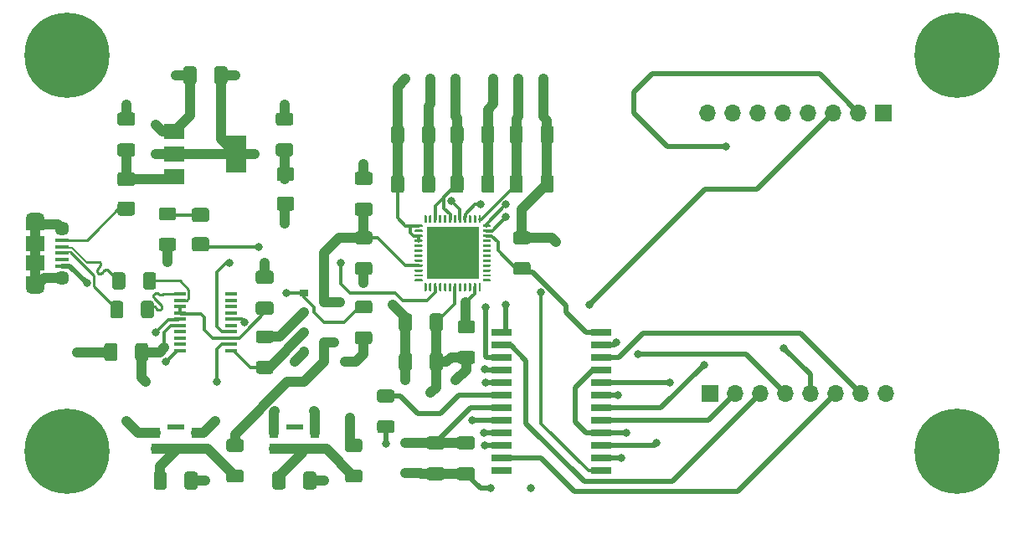
<source format=gbr>
%TF.GenerationSoftware,KiCad,Pcbnew,(5.1.9)-1*%
%TF.CreationDate,2021-03-29T12:12:37-04:00*%
%TF.ProjectId,EEG,4545472e-6b69-4636-9164-5f7063625858,rev?*%
%TF.SameCoordinates,Original*%
%TF.FileFunction,Copper,L1,Top*%
%TF.FilePolarity,Positive*%
%FSLAX46Y46*%
G04 Gerber Fmt 4.6, Leading zero omitted, Abs format (unit mm)*
G04 Created by KiCad (PCBNEW (5.1.9)-1) date 2021-03-29 12:12:37*
%MOMM*%
%LPD*%
G01*
G04 APERTURE LIST*
%TA.AperFunction,ComponentPad*%
%ADD10C,0.900000*%
%TD*%
%TA.AperFunction,ComponentPad*%
%ADD11C,8.600000*%
%TD*%
%TA.AperFunction,SMDPad,CuDef*%
%ADD12R,1.900000X1.500000*%
%TD*%
%TA.AperFunction,ComponentPad*%
%ADD13C,1.450000*%
%TD*%
%TA.AperFunction,SMDPad,CuDef*%
%ADD14R,1.350000X0.400000*%
%TD*%
%TA.AperFunction,ComponentPad*%
%ADD15O,1.900000X1.200000*%
%TD*%
%TA.AperFunction,SMDPad,CuDef*%
%ADD16R,1.900000X1.200000*%
%TD*%
%TA.AperFunction,ComponentPad*%
%ADD17R,1.700000X1.700000*%
%TD*%
%TA.AperFunction,ComponentPad*%
%ADD18O,1.700000X1.700000*%
%TD*%
%TA.AperFunction,SMDPad,CuDef*%
%ADD19R,0.900000X0.800000*%
%TD*%
%TA.AperFunction,SMDPad,CuDef*%
%ADD20R,1.700000X0.550000*%
%TD*%
%TA.AperFunction,SMDPad,CuDef*%
%ADD21R,0.900000X1.000000*%
%TD*%
%TA.AperFunction,SMDPad,CuDef*%
%ADD22R,2.000000X3.800000*%
%TD*%
%TA.AperFunction,SMDPad,CuDef*%
%ADD23R,2.000000X1.500000*%
%TD*%
%TA.AperFunction,SMDPad,CuDef*%
%ADD24R,1.200000X0.400000*%
%TD*%
%TA.AperFunction,SMDPad,CuDef*%
%ADD25R,5.300000X5.300000*%
%TD*%
%TA.AperFunction,SMDPad,CuDef*%
%ADD26R,2.032000X0.660400*%
%TD*%
%TA.AperFunction,ViaPad*%
%ADD27C,0.800000*%
%TD*%
%TA.AperFunction,Conductor*%
%ADD28C,0.500000*%
%TD*%
%TA.AperFunction,Conductor*%
%ADD29C,0.300000*%
%TD*%
%TA.AperFunction,Conductor*%
%ADD30C,1.000000*%
%TD*%
%TA.AperFunction,Conductor*%
%ADD31C,0.250000*%
%TD*%
%TA.AperFunction,Conductor*%
%ADD32C,0.200000*%
%TD*%
G04 APERTURE END LIST*
D10*
%TO.P,H1,1*%
%TO.N,GND*%
X110280419Y-67719581D03*
X108000000Y-66775000D03*
X105719581Y-67719581D03*
X104775000Y-70000000D03*
X105719581Y-72280419D03*
X108000000Y-73225000D03*
X110280419Y-72280419D03*
X111225000Y-70000000D03*
D11*
X108000000Y-70000000D03*
%TD*%
D12*
%TO.P,J1,6*%
%TO.N,Net-(J1-Pad6)*%
X104762500Y-91000000D03*
D13*
X107462500Y-87500000D03*
D14*
%TO.P,J1,2*%
%TO.N,D-*%
X107462500Y-89350000D03*
%TO.P,J1,1*%
%TO.N,Net-(D1-Pad2)*%
X107462500Y-88700000D03*
%TO.P,J1,5*%
%TO.N,GND*%
X107462500Y-91300000D03*
%TO.P,J1,4*%
%TO.N,Net-(J1-Pad4)*%
X107462500Y-90650000D03*
%TO.P,J1,3*%
%TO.N,D+*%
X107462500Y-90000000D03*
D13*
%TO.P,J1,6*%
%TO.N,Net-(J1-Pad6)*%
X107462500Y-92500000D03*
D12*
X104762500Y-89000000D03*
D15*
X104762500Y-86500000D03*
X104762500Y-93500000D03*
D16*
X104762500Y-92900000D03*
X104762500Y-87100000D03*
%TD*%
D10*
%TO.P,H4,1*%
%TO.N,GND*%
X110280419Y-107719581D03*
X108000000Y-106775000D03*
X105719581Y-107719581D03*
X104775000Y-110000000D03*
X105719581Y-112280419D03*
X108000000Y-113225000D03*
X110280419Y-112280419D03*
X111225000Y-110000000D03*
D11*
X108000000Y-110000000D03*
%TD*%
D10*
%TO.P,H3,1*%
%TO.N,GND*%
X200280419Y-67719581D03*
X198000000Y-66775000D03*
X195719581Y-67719581D03*
X194775000Y-70000000D03*
X195719581Y-72280419D03*
X198000000Y-73225000D03*
X200280419Y-72280419D03*
X201225000Y-70000000D03*
D11*
X198000000Y-70000000D03*
%TD*%
D10*
%TO.P,H2,1*%
%TO.N,GND*%
X200280419Y-107719581D03*
X198000000Y-106775000D03*
X195719581Y-107719581D03*
X194775000Y-110000000D03*
X195719581Y-112280419D03*
X198000000Y-113225000D03*
X200280419Y-112280419D03*
X201225000Y-110000000D03*
D11*
X198000000Y-110000000D03*
%TD*%
%TO.P,C4,1*%
%TO.N,Net-(C4-Pad1)*%
%TA.AperFunction,SMDPad,CuDef*%
G36*
G01*
X116775000Y-113650001D02*
X116775000Y-112349999D01*
G75*
G02*
X117024999Y-112100000I249999J0D01*
G01*
X117850001Y-112100000D01*
G75*
G02*
X118100000Y-112349999I0J-249999D01*
G01*
X118100000Y-113650001D01*
G75*
G02*
X117850001Y-113900000I-249999J0D01*
G01*
X117024999Y-113900000D01*
G75*
G02*
X116775000Y-113650001I0J249999D01*
G01*
G37*
%TD.AperFunction*%
%TO.P,C4,2*%
%TO.N,GND*%
%TA.AperFunction,SMDPad,CuDef*%
G36*
G01*
X119900000Y-113650001D02*
X119900000Y-112349999D01*
G75*
G02*
X120149999Y-112100000I249999J0D01*
G01*
X120975001Y-112100000D01*
G75*
G02*
X121225000Y-112349999I0J-249999D01*
G01*
X121225000Y-113650001D01*
G75*
G02*
X120975001Y-113900000I-249999J0D01*
G01*
X120149999Y-113900000D01*
G75*
G02*
X119900000Y-113650001I0J249999D01*
G01*
G37*
%TD.AperFunction*%
%TD*%
%TO.P,C7,1*%
%TO.N,EN*%
%TA.AperFunction,SMDPad,CuDef*%
G36*
G01*
X138650001Y-86225000D02*
X137349999Y-86225000D01*
G75*
G02*
X137100000Y-85975001I0J249999D01*
G01*
X137100000Y-85149999D01*
G75*
G02*
X137349999Y-84900000I249999J0D01*
G01*
X138650001Y-84900000D01*
G75*
G02*
X138900000Y-85149999I0J-249999D01*
G01*
X138900000Y-85975001D01*
G75*
G02*
X138650001Y-86225000I-249999J0D01*
G01*
G37*
%TD.AperFunction*%
%TO.P,C7,2*%
%TO.N,GND*%
%TA.AperFunction,SMDPad,CuDef*%
G36*
G01*
X138650001Y-83100000D02*
X137349999Y-83100000D01*
G75*
G02*
X137100000Y-82850001I0J249999D01*
G01*
X137100000Y-82024999D01*
G75*
G02*
X137349999Y-81775000I249999J0D01*
G01*
X138650001Y-81775000D01*
G75*
G02*
X138900000Y-82024999I0J-249999D01*
G01*
X138900000Y-82850001D01*
G75*
G02*
X138650001Y-83100000I-249999J0D01*
G01*
G37*
%TD.AperFunction*%
%TD*%
%TO.P,C2,2*%
%TO.N,GND*%
%TA.AperFunction,SMDPad,CuDef*%
G36*
G01*
X114650001Y-77100000D02*
X113349999Y-77100000D01*
G75*
G02*
X113100000Y-76850001I0J249999D01*
G01*
X113100000Y-76024999D01*
G75*
G02*
X113349999Y-75775000I249999J0D01*
G01*
X114650001Y-75775000D01*
G75*
G02*
X114900000Y-76024999I0J-249999D01*
G01*
X114900000Y-76850001D01*
G75*
G02*
X114650001Y-77100000I-249999J0D01*
G01*
G37*
%TD.AperFunction*%
%TO.P,C2,1*%
%TO.N,Net-(C2-Pad1)*%
%TA.AperFunction,SMDPad,CuDef*%
G36*
G01*
X114650001Y-80225000D02*
X113349999Y-80225000D01*
G75*
G02*
X113100000Y-79975001I0J249999D01*
G01*
X113100000Y-79149999D01*
G75*
G02*
X113349999Y-78900000I249999J0D01*
G01*
X114650001Y-78900000D01*
G75*
G02*
X114900000Y-79149999I0J-249999D01*
G01*
X114900000Y-79975001D01*
G75*
G02*
X114650001Y-80225000I-249999J0D01*
G01*
G37*
%TD.AperFunction*%
%TD*%
%TO.P,C3,2*%
%TO.N,GND*%
%TA.AperFunction,SMDPad,CuDef*%
G36*
G01*
X121100000Y-71349999D02*
X121100000Y-72650001D01*
G75*
G02*
X120850001Y-72900000I-249999J0D01*
G01*
X120024999Y-72900000D01*
G75*
G02*
X119775000Y-72650001I0J249999D01*
G01*
X119775000Y-71349999D01*
G75*
G02*
X120024999Y-71100000I249999J0D01*
G01*
X120850001Y-71100000D01*
G75*
G02*
X121100000Y-71349999I0J-249999D01*
G01*
G37*
%TD.AperFunction*%
%TO.P,C3,1*%
%TO.N,+3V3*%
%TA.AperFunction,SMDPad,CuDef*%
G36*
G01*
X124225000Y-71349999D02*
X124225000Y-72650001D01*
G75*
G02*
X123975001Y-72900000I-249999J0D01*
G01*
X123149999Y-72900000D01*
G75*
G02*
X122900000Y-72650001I0J249999D01*
G01*
X122900000Y-71349999D01*
G75*
G02*
X123149999Y-71100000I249999J0D01*
G01*
X123975001Y-71100000D01*
G75*
G02*
X124225000Y-71349999I0J-249999D01*
G01*
G37*
%TD.AperFunction*%
%TD*%
%TO.P,C1,2*%
%TO.N,GND*%
%TA.AperFunction,SMDPad,CuDef*%
G36*
G01*
X114900000Y-100650001D02*
X114900000Y-99349999D01*
G75*
G02*
X115149999Y-99100000I249999J0D01*
G01*
X115975001Y-99100000D01*
G75*
G02*
X116225000Y-99349999I0J-249999D01*
G01*
X116225000Y-100650001D01*
G75*
G02*
X115975001Y-100900000I-249999J0D01*
G01*
X115149999Y-100900000D01*
G75*
G02*
X114900000Y-100650001I0J249999D01*
G01*
G37*
%TD.AperFunction*%
%TO.P,C1,1*%
%TO.N,+3V3*%
%TA.AperFunction,SMDPad,CuDef*%
G36*
G01*
X111775000Y-100650001D02*
X111775000Y-99349999D01*
G75*
G02*
X112024999Y-99100000I249999J0D01*
G01*
X112850001Y-99100000D01*
G75*
G02*
X113100000Y-99349999I0J-249999D01*
G01*
X113100000Y-100650001D01*
G75*
G02*
X112850001Y-100900000I-249999J0D01*
G01*
X112024999Y-100900000D01*
G75*
G02*
X111775000Y-100650001I0J249999D01*
G01*
G37*
%TD.AperFunction*%
%TD*%
%TO.P,C5,1*%
%TO.N,Net-(C5-Pad1)*%
%TA.AperFunction,SMDPad,CuDef*%
G36*
G01*
X128775000Y-113650001D02*
X128775000Y-112349999D01*
G75*
G02*
X129024999Y-112100000I249999J0D01*
G01*
X129850001Y-112100000D01*
G75*
G02*
X130100000Y-112349999I0J-249999D01*
G01*
X130100000Y-113650001D01*
G75*
G02*
X129850001Y-113900000I-249999J0D01*
G01*
X129024999Y-113900000D01*
G75*
G02*
X128775000Y-113650001I0J249999D01*
G01*
G37*
%TD.AperFunction*%
%TO.P,C5,2*%
%TO.N,GND*%
%TA.AperFunction,SMDPad,CuDef*%
G36*
G01*
X131900000Y-113650001D02*
X131900000Y-112349999D01*
G75*
G02*
X132149999Y-112100000I249999J0D01*
G01*
X132975001Y-112100000D01*
G75*
G02*
X133225000Y-112349999I0J-249999D01*
G01*
X133225000Y-113650001D01*
G75*
G02*
X132975001Y-113900000I-249999J0D01*
G01*
X132149999Y-113900000D01*
G75*
G02*
X131900000Y-113650001I0J249999D01*
G01*
G37*
%TD.AperFunction*%
%TD*%
%TO.P,C6,2*%
%TO.N,GND*%
%TA.AperFunction,SMDPad,CuDef*%
G36*
G01*
X128650001Y-93100000D02*
X127349999Y-93100000D01*
G75*
G02*
X127100000Y-92850001I0J249999D01*
G01*
X127100000Y-92024999D01*
G75*
G02*
X127349999Y-91775000I249999J0D01*
G01*
X128650001Y-91775000D01*
G75*
G02*
X128900000Y-92024999I0J-249999D01*
G01*
X128900000Y-92850001D01*
G75*
G02*
X128650001Y-93100000I-249999J0D01*
G01*
G37*
%TD.AperFunction*%
%TO.P,C6,1*%
%TO.N,Net-(C6-Pad1)*%
%TA.AperFunction,SMDPad,CuDef*%
G36*
G01*
X128650001Y-96225000D02*
X127349999Y-96225000D01*
G75*
G02*
X127100000Y-95975001I0J249999D01*
G01*
X127100000Y-95149999D01*
G75*
G02*
X127349999Y-94900000I249999J0D01*
G01*
X128650001Y-94900000D01*
G75*
G02*
X128900000Y-95149999I0J-249999D01*
G01*
X128900000Y-95975001D01*
G75*
G02*
X128650001Y-96225000I-249999J0D01*
G01*
G37*
%TD.AperFunction*%
%TD*%
%TO.P,C9,2*%
%TO.N,GND*%
%TA.AperFunction,SMDPad,CuDef*%
G36*
G01*
X147685999Y-111644000D02*
X148986001Y-111644000D01*
G75*
G02*
X149236000Y-111893999I0J-249999D01*
G01*
X149236000Y-112719001D01*
G75*
G02*
X148986001Y-112969000I-249999J0D01*
G01*
X147685999Y-112969000D01*
G75*
G02*
X147436000Y-112719001I0J249999D01*
G01*
X147436000Y-111893999D01*
G75*
G02*
X147685999Y-111644000I249999J0D01*
G01*
G37*
%TD.AperFunction*%
%TO.P,C9,1*%
%TO.N,+3V3*%
%TA.AperFunction,SMDPad,CuDef*%
G36*
G01*
X147685999Y-108519000D02*
X148986001Y-108519000D01*
G75*
G02*
X149236000Y-108768999I0J-249999D01*
G01*
X149236000Y-109594001D01*
G75*
G02*
X148986001Y-109844000I-249999J0D01*
G01*
X147685999Y-109844000D01*
G75*
G02*
X147436000Y-109594001I0J249999D01*
G01*
X147436000Y-108768999D01*
G75*
G02*
X147685999Y-108519000I249999J0D01*
G01*
G37*
%TD.AperFunction*%
%TD*%
%TO.P,C11,1*%
%TO.N,+3V3*%
%TA.AperFunction,SMDPad,CuDef*%
G36*
G01*
X146025000Y-96349999D02*
X146025000Y-97650001D01*
G75*
G02*
X145775001Y-97900000I-249999J0D01*
G01*
X144949999Y-97900000D01*
G75*
G02*
X144700000Y-97650001I0J249999D01*
G01*
X144700000Y-96349999D01*
G75*
G02*
X144949999Y-96100000I249999J0D01*
G01*
X145775001Y-96100000D01*
G75*
G02*
X146025000Y-96349999I0J-249999D01*
G01*
G37*
%TD.AperFunction*%
%TO.P,C11,2*%
%TO.N,GND*%
%TA.AperFunction,SMDPad,CuDef*%
G36*
G01*
X142900000Y-96349999D02*
X142900000Y-97650001D01*
G75*
G02*
X142650001Y-97900000I-249999J0D01*
G01*
X141824999Y-97900000D01*
G75*
G02*
X141575000Y-97650001I0J249999D01*
G01*
X141575000Y-96349999D01*
G75*
G02*
X141824999Y-96100000I249999J0D01*
G01*
X142650001Y-96100000D01*
G75*
G02*
X142900000Y-96349999I0J-249999D01*
G01*
G37*
%TD.AperFunction*%
%TD*%
%TO.P,C14,1*%
%TO.N,+3V3*%
%TA.AperFunction,SMDPad,CuDef*%
G36*
G01*
X152775000Y-78650001D02*
X152775000Y-77349999D01*
G75*
G02*
X153024999Y-77100000I249999J0D01*
G01*
X153850001Y-77100000D01*
G75*
G02*
X154100000Y-77349999I0J-249999D01*
G01*
X154100000Y-78650001D01*
G75*
G02*
X153850001Y-78900000I-249999J0D01*
G01*
X153024999Y-78900000D01*
G75*
G02*
X152775000Y-78650001I0J249999D01*
G01*
G37*
%TD.AperFunction*%
%TO.P,C14,2*%
%TO.N,GND*%
%TA.AperFunction,SMDPad,CuDef*%
G36*
G01*
X155900000Y-78650001D02*
X155900000Y-77349999D01*
G75*
G02*
X156149999Y-77100000I249999J0D01*
G01*
X156975001Y-77100000D01*
G75*
G02*
X157225000Y-77349999I0J-249999D01*
G01*
X157225000Y-78650001D01*
G75*
G02*
X156975001Y-78900000I-249999J0D01*
G01*
X156149999Y-78900000D01*
G75*
G02*
X155900000Y-78650001I0J249999D01*
G01*
G37*
%TD.AperFunction*%
%TD*%
%TO.P,C15,2*%
%TO.N,GND*%
%TA.AperFunction,SMDPad,CuDef*%
G36*
G01*
X149900000Y-78650001D02*
X149900000Y-77349999D01*
G75*
G02*
X150149999Y-77100000I249999J0D01*
G01*
X150975001Y-77100000D01*
G75*
G02*
X151225000Y-77349999I0J-249999D01*
G01*
X151225000Y-78650001D01*
G75*
G02*
X150975001Y-78900000I-249999J0D01*
G01*
X150149999Y-78900000D01*
G75*
G02*
X149900000Y-78650001I0J249999D01*
G01*
G37*
%TD.AperFunction*%
%TO.P,C15,1*%
%TO.N,+3V3*%
%TA.AperFunction,SMDPad,CuDef*%
G36*
G01*
X146775000Y-78650001D02*
X146775000Y-77349999D01*
G75*
G02*
X147024999Y-77100000I249999J0D01*
G01*
X147850001Y-77100000D01*
G75*
G02*
X148100000Y-77349999I0J-249999D01*
G01*
X148100000Y-78650001D01*
G75*
G02*
X147850001Y-78900000I-249999J0D01*
G01*
X147024999Y-78900000D01*
G75*
G02*
X146775000Y-78650001I0J249999D01*
G01*
G37*
%TD.AperFunction*%
%TD*%
%TO.P,C16,1*%
%TO.N,+3V3*%
%TA.AperFunction,SMDPad,CuDef*%
G36*
G01*
X140775000Y-78650001D02*
X140775000Y-77349999D01*
G75*
G02*
X141024999Y-77100000I249999J0D01*
G01*
X141850001Y-77100000D01*
G75*
G02*
X142100000Y-77349999I0J-249999D01*
G01*
X142100000Y-78650001D01*
G75*
G02*
X141850001Y-78900000I-249999J0D01*
G01*
X141024999Y-78900000D01*
G75*
G02*
X140775000Y-78650001I0J249999D01*
G01*
G37*
%TD.AperFunction*%
%TO.P,C16,2*%
%TO.N,GND*%
%TA.AperFunction,SMDPad,CuDef*%
G36*
G01*
X143900000Y-78650001D02*
X143900000Y-77349999D01*
G75*
G02*
X144149999Y-77100000I249999J0D01*
G01*
X144975001Y-77100000D01*
G75*
G02*
X145225000Y-77349999I0J-249999D01*
G01*
X145225000Y-78650001D01*
G75*
G02*
X144975001Y-78900000I-249999J0D01*
G01*
X144149999Y-78900000D01*
G75*
G02*
X143900000Y-78650001I0J249999D01*
G01*
G37*
%TD.AperFunction*%
%TD*%
%TO.P,C13,1*%
%TO.N,+3V3*%
%TA.AperFunction,SMDPad,CuDef*%
G36*
G01*
X146775000Y-83650001D02*
X146775000Y-82349999D01*
G75*
G02*
X147024999Y-82100000I249999J0D01*
G01*
X147850001Y-82100000D01*
G75*
G02*
X148100000Y-82349999I0J-249999D01*
G01*
X148100000Y-83650001D01*
G75*
G02*
X147850001Y-83900000I-249999J0D01*
G01*
X147024999Y-83900000D01*
G75*
G02*
X146775000Y-83650001I0J249999D01*
G01*
G37*
%TD.AperFunction*%
%TO.P,C13,2*%
%TO.N,GND*%
%TA.AperFunction,SMDPad,CuDef*%
G36*
G01*
X149900000Y-83650001D02*
X149900000Y-82349999D01*
G75*
G02*
X150149999Y-82100000I249999J0D01*
G01*
X150975001Y-82100000D01*
G75*
G02*
X151225000Y-82349999I0J-249999D01*
G01*
X151225000Y-83650001D01*
G75*
G02*
X150975001Y-83900000I-249999J0D01*
G01*
X150149999Y-83900000D01*
G75*
G02*
X149900000Y-83650001I0J249999D01*
G01*
G37*
%TD.AperFunction*%
%TD*%
%TO.P,C17,2*%
%TO.N,GND*%
%TA.AperFunction,SMDPad,CuDef*%
G36*
G01*
X142900000Y-100349999D02*
X142900000Y-101650001D01*
G75*
G02*
X142650001Y-101900000I-249999J0D01*
G01*
X141824999Y-101900000D01*
G75*
G02*
X141575000Y-101650001I0J249999D01*
G01*
X141575000Y-100349999D01*
G75*
G02*
X141824999Y-100100000I249999J0D01*
G01*
X142650001Y-100100000D01*
G75*
G02*
X142900000Y-100349999I0J-249999D01*
G01*
G37*
%TD.AperFunction*%
%TO.P,C17,1*%
%TO.N,+3V3*%
%TA.AperFunction,SMDPad,CuDef*%
G36*
G01*
X146025000Y-100349999D02*
X146025000Y-101650001D01*
G75*
G02*
X145775001Y-101900000I-249999J0D01*
G01*
X144949999Y-101900000D01*
G75*
G02*
X144700000Y-101650001I0J249999D01*
G01*
X144700000Y-100349999D01*
G75*
G02*
X144949999Y-100100000I249999J0D01*
G01*
X145775001Y-100100000D01*
G75*
G02*
X146025000Y-100349999I0J-249999D01*
G01*
G37*
%TD.AperFunction*%
%TD*%
%TO.P,C12,2*%
%TO.N,GND*%
%TA.AperFunction,SMDPad,CuDef*%
G36*
G01*
X155900000Y-83650001D02*
X155900000Y-82349999D01*
G75*
G02*
X156149999Y-82100000I249999J0D01*
G01*
X156975001Y-82100000D01*
G75*
G02*
X157225000Y-82349999I0J-249999D01*
G01*
X157225000Y-83650001D01*
G75*
G02*
X156975001Y-83900000I-249999J0D01*
G01*
X156149999Y-83900000D01*
G75*
G02*
X155900000Y-83650001I0J249999D01*
G01*
G37*
%TD.AperFunction*%
%TO.P,C12,1*%
%TO.N,+3V3*%
%TA.AperFunction,SMDPad,CuDef*%
G36*
G01*
X152775000Y-83650001D02*
X152775000Y-82349999D01*
G75*
G02*
X153024999Y-82100000I249999J0D01*
G01*
X153850001Y-82100000D01*
G75*
G02*
X154100000Y-82349999I0J-249999D01*
G01*
X154100000Y-83650001D01*
G75*
G02*
X153850001Y-83900000I-249999J0D01*
G01*
X153024999Y-83900000D01*
G75*
G02*
X152775000Y-83650001I0J249999D01*
G01*
G37*
%TD.AperFunction*%
%TD*%
%TO.P,D1,1*%
%TO.N,Net-(C2-Pad1)*%
%TA.AperFunction,SMDPad,CuDef*%
G36*
G01*
X113375000Y-81800000D02*
X114625000Y-81800000D01*
G75*
G02*
X114875000Y-82050000I0J-250000D01*
G01*
X114875000Y-82975000D01*
G75*
G02*
X114625000Y-83225000I-250000J0D01*
G01*
X113375000Y-83225000D01*
G75*
G02*
X113125000Y-82975000I0J250000D01*
G01*
X113125000Y-82050000D01*
G75*
G02*
X113375000Y-81800000I250000J0D01*
G01*
G37*
%TD.AperFunction*%
%TO.P,D1,2*%
%TO.N,Net-(D1-Pad2)*%
%TA.AperFunction,SMDPad,CuDef*%
G36*
G01*
X113375000Y-84775000D02*
X114625000Y-84775000D01*
G75*
G02*
X114875000Y-85025000I0J-250000D01*
G01*
X114875000Y-85950000D01*
G75*
G02*
X114625000Y-86200000I-250000J0D01*
G01*
X113375000Y-86200000D01*
G75*
G02*
X113125000Y-85950000I0J250000D01*
G01*
X113125000Y-85025000D01*
G75*
G02*
X113375000Y-84775000I250000J0D01*
G01*
G37*
%TD.AperFunction*%
%TD*%
%TO.P,Power,1*%
%TO.N,Net-(D2-Pad1)*%
%TA.AperFunction,SMDPad,CuDef*%
G36*
G01*
X129475000Y-81300000D02*
X130725000Y-81300000D01*
G75*
G02*
X130975000Y-81550000I0J-250000D01*
G01*
X130975000Y-82475000D01*
G75*
G02*
X130725000Y-82725000I-250000J0D01*
G01*
X129475000Y-82725000D01*
G75*
G02*
X129225000Y-82475000I0J250000D01*
G01*
X129225000Y-81550000D01*
G75*
G02*
X129475000Y-81300000I250000J0D01*
G01*
G37*
%TD.AperFunction*%
%TO.P,Power,2*%
%TO.N,+3V3*%
%TA.AperFunction,SMDPad,CuDef*%
G36*
G01*
X129475000Y-84275000D02*
X130725000Y-84275000D01*
G75*
G02*
X130975000Y-84525000I0J-250000D01*
G01*
X130975000Y-85450000D01*
G75*
G02*
X130725000Y-85700000I-250000J0D01*
G01*
X129475000Y-85700000D01*
G75*
G02*
X129225000Y-85450000I0J250000D01*
G01*
X129225000Y-84525000D01*
G75*
G02*
X129475000Y-84275000I250000J0D01*
G01*
G37*
%TD.AperFunction*%
%TD*%
%TO.P,C10,1*%
%TO.N,+3V3*%
%TA.AperFunction,SMDPad,CuDef*%
G36*
G01*
X140775000Y-83650001D02*
X140775000Y-82349999D01*
G75*
G02*
X141024999Y-82100000I249999J0D01*
G01*
X141850001Y-82100000D01*
G75*
G02*
X142100000Y-82349999I0J-249999D01*
G01*
X142100000Y-83650001D01*
G75*
G02*
X141850001Y-83900000I-249999J0D01*
G01*
X141024999Y-83900000D01*
G75*
G02*
X140775000Y-83650001I0J249999D01*
G01*
G37*
%TD.AperFunction*%
%TO.P,C10,2*%
%TO.N,GND*%
%TA.AperFunction,SMDPad,CuDef*%
G36*
G01*
X143900000Y-83650001D02*
X143900000Y-82349999D01*
G75*
G02*
X144149999Y-82100000I249999J0D01*
G01*
X144975001Y-82100000D01*
G75*
G02*
X145225000Y-82349999I0J-249999D01*
G01*
X145225000Y-83650001D01*
G75*
G02*
X144975001Y-83900000I-249999J0D01*
G01*
X144149999Y-83900000D01*
G75*
G02*
X143900000Y-83650001I0J249999D01*
G01*
G37*
%TD.AperFunction*%
%TD*%
%TO.P,C8,1*%
%TO.N,+3V3*%
%TA.AperFunction,SMDPad,CuDef*%
G36*
G01*
X144637999Y-108519000D02*
X145938001Y-108519000D01*
G75*
G02*
X146188000Y-108768999I0J-249999D01*
G01*
X146188000Y-109594001D01*
G75*
G02*
X145938001Y-109844000I-249999J0D01*
G01*
X144637999Y-109844000D01*
G75*
G02*
X144388000Y-109594001I0J249999D01*
G01*
X144388000Y-108768999D01*
G75*
G02*
X144637999Y-108519000I249999J0D01*
G01*
G37*
%TD.AperFunction*%
%TO.P,C8,2*%
%TO.N,GND*%
%TA.AperFunction,SMDPad,CuDef*%
G36*
G01*
X144637999Y-111644000D02*
X145938001Y-111644000D01*
G75*
G02*
X146188000Y-111893999I0J-249999D01*
G01*
X146188000Y-112719001D01*
G75*
G02*
X145938001Y-112969000I-249999J0D01*
G01*
X144637999Y-112969000D01*
G75*
G02*
X144388000Y-112719001I0J249999D01*
G01*
X144388000Y-111893999D01*
G75*
G02*
X144637999Y-111644000I249999J0D01*
G01*
G37*
%TD.AperFunction*%
%TD*%
D17*
%TO.P,J2,1*%
%TO.N,DIG4*%
X173000000Y-104200000D03*
D18*
%TO.P,J2,2*%
%TO.N,DIG6*%
X175540000Y-104200000D03*
%TO.P,J2,3*%
%TO.N,SEGA*%
X178080000Y-104200000D03*
%TO.P,J2,4*%
%TO.N,SEGB*%
X180620000Y-104200000D03*
%TO.P,J2,5*%
%TO.N,DIG7*%
X183160000Y-104200000D03*
%TO.P,J2,6*%
%TO.N,SEGD*%
X185700000Y-104200000D03*
%TO.P,J2,7*%
%TO.N,DIG5*%
X188240000Y-104200000D03*
%TO.P,J2,8*%
%TO.N,DIG2*%
X190780000Y-104200000D03*
%TD*%
%TO.P,R2,1*%
%TO.N,EN*%
%TA.AperFunction,SMDPad,CuDef*%
G36*
G01*
X136375000Y-108800000D02*
X137625000Y-108800000D01*
G75*
G02*
X137875000Y-109050000I0J-250000D01*
G01*
X137875000Y-109850000D01*
G75*
G02*
X137625000Y-110100000I-250000J0D01*
G01*
X136375000Y-110100000D01*
G75*
G02*
X136125000Y-109850000I0J250000D01*
G01*
X136125000Y-109050000D01*
G75*
G02*
X136375000Y-108800000I250000J0D01*
G01*
G37*
%TD.AperFunction*%
%TO.P,R2,2*%
%TO.N,Net-(C5-Pad1)*%
%TA.AperFunction,SMDPad,CuDef*%
G36*
G01*
X136375000Y-111900000D02*
X137625000Y-111900000D01*
G75*
G02*
X137875000Y-112150000I0J-250000D01*
G01*
X137875000Y-112950000D01*
G75*
G02*
X137625000Y-113200000I-250000J0D01*
G01*
X136375000Y-113200000D01*
G75*
G02*
X136125000Y-112950000I0J250000D01*
G01*
X136125000Y-112150000D01*
G75*
G02*
X136375000Y-111900000I250000J0D01*
G01*
G37*
%TD.AperFunction*%
%TD*%
%TO.P,R5,2*%
%TO.N,D-*%
%TA.AperFunction,SMDPad,CuDef*%
G36*
G01*
X113900000Y-92175000D02*
X113900000Y-93425000D01*
G75*
G02*
X113650000Y-93675000I-250000J0D01*
G01*
X112850000Y-93675000D01*
G75*
G02*
X112600000Y-93425000I0J250000D01*
G01*
X112600000Y-92175000D01*
G75*
G02*
X112850000Y-91925000I250000J0D01*
G01*
X113650000Y-91925000D01*
G75*
G02*
X113900000Y-92175000I0J-250000D01*
G01*
G37*
%TD.AperFunction*%
%TO.P,R5,1*%
%TO.N,Net-(R5-Pad1)*%
%TA.AperFunction,SMDPad,CuDef*%
G36*
G01*
X117000000Y-92175000D02*
X117000000Y-93425000D01*
G75*
G02*
X116750000Y-93675000I-250000J0D01*
G01*
X115950000Y-93675000D01*
G75*
G02*
X115700000Y-93425000I0J250000D01*
G01*
X115700000Y-92175000D01*
G75*
G02*
X115950000Y-91925000I250000J0D01*
G01*
X116750000Y-91925000D01*
G75*
G02*
X117000000Y-92175000I0J-250000D01*
G01*
G37*
%TD.AperFunction*%
%TD*%
D19*
%TO.P,Q2,3*%
%TO.N,EN*%
X134000000Y-95000000D03*
%TO.P,Q2,2*%
%TO.N,Net-(Q2-Pad2)*%
X132000000Y-95950000D03*
%TO.P,Q2,1*%
%TO.N,Net-(Q2-Pad1)*%
X132000000Y-94050000D03*
%TD*%
D20*
%TO.P,SW2,SH*%
%TO.N,N/C*%
X131000000Y-107575000D03*
D21*
%TO.P,SW2,1*%
%TO.N,GND*%
X128950000Y-108200000D03*
%TO.P,SW2,2*%
%TO.N,Net-(C5-Pad1)*%
X128950000Y-109800000D03*
%TO.P,SW2,1*%
%TO.N,GND*%
X133050000Y-108200000D03*
%TO.P,SW2,2*%
%TO.N,Net-(C5-Pad1)*%
X133050000Y-109800000D03*
%TD*%
%TO.P,R7,1*%
%TO.N,Net-(Q2-Pad2)*%
%TA.AperFunction,SMDPad,CuDef*%
G36*
G01*
X127375000Y-97800000D02*
X128625000Y-97800000D01*
G75*
G02*
X128875000Y-98050000I0J-250000D01*
G01*
X128875000Y-98850000D01*
G75*
G02*
X128625000Y-99100000I-250000J0D01*
G01*
X127375000Y-99100000D01*
G75*
G02*
X127125000Y-98850000I0J250000D01*
G01*
X127125000Y-98050000D01*
G75*
G02*
X127375000Y-97800000I250000J0D01*
G01*
G37*
%TD.AperFunction*%
%TO.P,R7,2*%
%TO.N,Net-(Q1-Pad1)*%
%TA.AperFunction,SMDPad,CuDef*%
G36*
G01*
X127375000Y-100900000D02*
X128625000Y-100900000D01*
G75*
G02*
X128875000Y-101150000I0J-250000D01*
G01*
X128875000Y-101950000D01*
G75*
G02*
X128625000Y-102200000I-250000J0D01*
G01*
X127375000Y-102200000D01*
G75*
G02*
X127125000Y-101950000I0J250000D01*
G01*
X127125000Y-101150000D01*
G75*
G02*
X127375000Y-100900000I250000J0D01*
G01*
G37*
%TD.AperFunction*%
%TD*%
%TO.P,R8,1*%
%TO.N,EN*%
%TA.AperFunction,SMDPad,CuDef*%
G36*
G01*
X137375000Y-87800000D02*
X138625000Y-87800000D01*
G75*
G02*
X138875000Y-88050000I0J-250000D01*
G01*
X138875000Y-88850000D01*
G75*
G02*
X138625000Y-89100000I-250000J0D01*
G01*
X137375000Y-89100000D01*
G75*
G02*
X137125000Y-88850000I0J250000D01*
G01*
X137125000Y-88050000D01*
G75*
G02*
X137375000Y-87800000I250000J0D01*
G01*
G37*
%TD.AperFunction*%
%TO.P,R8,2*%
%TO.N,+3V3*%
%TA.AperFunction,SMDPad,CuDef*%
G36*
G01*
X137375000Y-90900000D02*
X138625000Y-90900000D01*
G75*
G02*
X138875000Y-91150000I0J-250000D01*
G01*
X138875000Y-91950000D01*
G75*
G02*
X138625000Y-92200000I-250000J0D01*
G01*
X137375000Y-92200000D01*
G75*
G02*
X137125000Y-91950000I0J250000D01*
G01*
X137125000Y-91150000D01*
G75*
G02*
X137375000Y-90900000I250000J0D01*
G01*
G37*
%TD.AperFunction*%
%TD*%
%TO.P,R9,2*%
%TO.N,+3V3*%
%TA.AperFunction,SMDPad,CuDef*%
G36*
G01*
X147775000Y-99900000D02*
X149025000Y-99900000D01*
G75*
G02*
X149275000Y-100150000I0J-250000D01*
G01*
X149275000Y-100950000D01*
G75*
G02*
X149025000Y-101200000I-250000J0D01*
G01*
X147775000Y-101200000D01*
G75*
G02*
X147525000Y-100950000I0J250000D01*
G01*
X147525000Y-100150000D01*
G75*
G02*
X147775000Y-99900000I250000J0D01*
G01*
G37*
%TD.AperFunction*%
%TO.P,R9,1*%
%TO.N,IO0*%
%TA.AperFunction,SMDPad,CuDef*%
G36*
G01*
X147775000Y-96800000D02*
X149025000Y-96800000D01*
G75*
G02*
X149275000Y-97050000I0J-250000D01*
G01*
X149275000Y-97850000D01*
G75*
G02*
X149025000Y-98100000I-250000J0D01*
G01*
X147775000Y-98100000D01*
G75*
G02*
X147525000Y-97850000I0J250000D01*
G01*
X147525000Y-97050000D01*
G75*
G02*
X147775000Y-96800000I250000J0D01*
G01*
G37*
%TD.AperFunction*%
%TD*%
%TO.P,R11,1*%
%TO.N,GND*%
%TA.AperFunction,SMDPad,CuDef*%
G36*
G01*
X153375000Y-87800000D02*
X154625000Y-87800000D01*
G75*
G02*
X154875000Y-88050000I0J-250000D01*
G01*
X154875000Y-88850000D01*
G75*
G02*
X154625000Y-89100000I-250000J0D01*
G01*
X153375000Y-89100000D01*
G75*
G02*
X153125000Y-88850000I0J250000D01*
G01*
X153125000Y-88050000D01*
G75*
G02*
X153375000Y-87800000I250000J0D01*
G01*
G37*
%TD.AperFunction*%
%TO.P,R11,2*%
%TO.N,CS*%
%TA.AperFunction,SMDPad,CuDef*%
G36*
G01*
X153375000Y-90900000D02*
X154625000Y-90900000D01*
G75*
G02*
X154875000Y-91150000I0J-250000D01*
G01*
X154875000Y-91950000D01*
G75*
G02*
X154625000Y-92200000I-250000J0D01*
G01*
X153375000Y-92200000D01*
G75*
G02*
X153125000Y-91950000I0J250000D01*
G01*
X153125000Y-91150000D01*
G75*
G02*
X153375000Y-90900000I250000J0D01*
G01*
G37*
%TD.AperFunction*%
%TD*%
D18*
%TO.P,J3,8*%
%TO.N,SEGG*%
X172820000Y-75800000D03*
%TO.P,J3,7*%
%TO.N,SEGF*%
X175360000Y-75800000D03*
%TO.P,J3,6*%
%TO.N,DIG1*%
X177900000Y-75800000D03*
%TO.P,J3,5*%
%TO.N,SEGDP*%
X180440000Y-75800000D03*
%TO.P,J3,4*%
%TO.N,DIG3*%
X182980000Y-75800000D03*
%TO.P,J3,3*%
%TO.N,SEGE*%
X185520000Y-75800000D03*
%TO.P,J3,2*%
%TO.N,SEGC*%
X188060000Y-75800000D03*
D17*
%TO.P,J3,1*%
%TO.N,DIG0*%
X190600000Y-75800000D03*
%TD*%
%TO.P,R6,1*%
%TO.N,Net-(R6-Pad1)*%
%TA.AperFunction,SMDPad,CuDef*%
G36*
G01*
X116800000Y-95075000D02*
X116800000Y-96325000D01*
G75*
G02*
X116550000Y-96575000I-250000J0D01*
G01*
X115750000Y-96575000D01*
G75*
G02*
X115500000Y-96325000I0J250000D01*
G01*
X115500000Y-95075000D01*
G75*
G02*
X115750000Y-94825000I250000J0D01*
G01*
X116550000Y-94825000D01*
G75*
G02*
X116800000Y-95075000I0J-250000D01*
G01*
G37*
%TD.AperFunction*%
%TO.P,R6,2*%
%TO.N,D+*%
%TA.AperFunction,SMDPad,CuDef*%
G36*
G01*
X113700000Y-95075000D02*
X113700000Y-96325000D01*
G75*
G02*
X113450000Y-96575000I-250000J0D01*
G01*
X112650000Y-96575000D01*
G75*
G02*
X112400000Y-96325000I0J250000D01*
G01*
X112400000Y-95075000D01*
G75*
G02*
X112650000Y-94825000I250000J0D01*
G01*
X113450000Y-94825000D01*
G75*
G02*
X113700000Y-95075000I0J-250000D01*
G01*
G37*
%TD.AperFunction*%
%TD*%
%TO.P,R10,1*%
%TO.N,Net-(R10-Pad1)*%
%TA.AperFunction,SMDPad,CuDef*%
G36*
G01*
X139625000Y-103800000D02*
X140875000Y-103800000D01*
G75*
G02*
X141125000Y-104050000I0J-250000D01*
G01*
X141125000Y-104850000D01*
G75*
G02*
X140875000Y-105100000I-250000J0D01*
G01*
X139625000Y-105100000D01*
G75*
G02*
X139375000Y-104850000I0J250000D01*
G01*
X139375000Y-104050000D01*
G75*
G02*
X139625000Y-103800000I250000J0D01*
G01*
G37*
%TD.AperFunction*%
%TO.P,R10,2*%
%TO.N,+3V3*%
%TA.AperFunction,SMDPad,CuDef*%
G36*
G01*
X139625000Y-106900000D02*
X140875000Y-106900000D01*
G75*
G02*
X141125000Y-107150000I0J-250000D01*
G01*
X141125000Y-107950000D01*
G75*
G02*
X140875000Y-108200000I-250000J0D01*
G01*
X139625000Y-108200000D01*
G75*
G02*
X139375000Y-107950000I0J250000D01*
G01*
X139375000Y-107150000D01*
G75*
G02*
X139625000Y-106900000I250000J0D01*
G01*
G37*
%TD.AperFunction*%
%TD*%
%TO.P,R1,2*%
%TO.N,Net-(C4-Pad1)*%
%TA.AperFunction,SMDPad,CuDef*%
G36*
G01*
X124375000Y-111900000D02*
X125625000Y-111900000D01*
G75*
G02*
X125875000Y-112150000I0J-250000D01*
G01*
X125875000Y-112950000D01*
G75*
G02*
X125625000Y-113200000I-250000J0D01*
G01*
X124375000Y-113200000D01*
G75*
G02*
X124125000Y-112950000I0J250000D01*
G01*
X124125000Y-112150000D01*
G75*
G02*
X124375000Y-111900000I250000J0D01*
G01*
G37*
%TD.AperFunction*%
%TO.P,R1,1*%
%TO.N,IO0*%
%TA.AperFunction,SMDPad,CuDef*%
G36*
G01*
X124375000Y-108800000D02*
X125625000Y-108800000D01*
G75*
G02*
X125875000Y-109050000I0J-250000D01*
G01*
X125875000Y-109850000D01*
G75*
G02*
X125625000Y-110100000I-250000J0D01*
G01*
X124375000Y-110100000D01*
G75*
G02*
X124125000Y-109850000I0J250000D01*
G01*
X124125000Y-109050000D01*
G75*
G02*
X124375000Y-108800000I250000J0D01*
G01*
G37*
%TD.AperFunction*%
%TD*%
%TO.P,R3,2*%
%TO.N,Net-(Q2-Pad1)*%
%TA.AperFunction,SMDPad,CuDef*%
G36*
G01*
X138625000Y-96100000D02*
X137375000Y-96100000D01*
G75*
G02*
X137125000Y-95850000I0J250000D01*
G01*
X137125000Y-95050000D01*
G75*
G02*
X137375000Y-94800000I250000J0D01*
G01*
X138625000Y-94800000D01*
G75*
G02*
X138875000Y-95050000I0J-250000D01*
G01*
X138875000Y-95850000D01*
G75*
G02*
X138625000Y-96100000I-250000J0D01*
G01*
G37*
%TD.AperFunction*%
%TO.P,R3,1*%
%TO.N,Net-(Q1-Pad2)*%
%TA.AperFunction,SMDPad,CuDef*%
G36*
G01*
X138625000Y-99200000D02*
X137375000Y-99200000D01*
G75*
G02*
X137125000Y-98950000I0J250000D01*
G01*
X137125000Y-98150000D01*
G75*
G02*
X137375000Y-97900000I250000J0D01*
G01*
X138625000Y-97900000D01*
G75*
G02*
X138875000Y-98150000I0J-250000D01*
G01*
X138875000Y-98950000D01*
G75*
G02*
X138625000Y-99200000I-250000J0D01*
G01*
G37*
%TD.AperFunction*%
%TD*%
%TO.P,R4,2*%
%TO.N,GND*%
%TA.AperFunction,SMDPad,CuDef*%
G36*
G01*
X130625000Y-77100000D02*
X129375000Y-77100000D01*
G75*
G02*
X129125000Y-76850000I0J250000D01*
G01*
X129125000Y-76050000D01*
G75*
G02*
X129375000Y-75800000I250000J0D01*
G01*
X130625000Y-75800000D01*
G75*
G02*
X130875000Y-76050000I0J-250000D01*
G01*
X130875000Y-76850000D01*
G75*
G02*
X130625000Y-77100000I-250000J0D01*
G01*
G37*
%TD.AperFunction*%
%TO.P,R4,1*%
%TO.N,Net-(D2-Pad1)*%
%TA.AperFunction,SMDPad,CuDef*%
G36*
G01*
X130625000Y-80200000D02*
X129375000Y-80200000D01*
G75*
G02*
X129125000Y-79950000I0J250000D01*
G01*
X129125000Y-79150000D01*
G75*
G02*
X129375000Y-78900000I250000J0D01*
G01*
X130625000Y-78900000D01*
G75*
G02*
X130875000Y-79150000I0J-250000D01*
G01*
X130875000Y-79950000D01*
G75*
G02*
X130625000Y-80200000I-250000J0D01*
G01*
G37*
%TD.AperFunction*%
%TD*%
D21*
%TO.P,SW1,2*%
%TO.N,Net-(C4-Pad1)*%
X121050000Y-109800000D03*
%TO.P,SW1,1*%
%TO.N,GND*%
X121050000Y-108200000D03*
%TO.P,SW1,2*%
%TO.N,Net-(C4-Pad1)*%
X116950000Y-109800000D03*
%TO.P,SW1,1*%
%TO.N,GND*%
X116950000Y-108200000D03*
D20*
%TO.P,SW1,SH*%
%TO.N,N/C*%
X119000000Y-107575000D03*
%TD*%
D22*
%TO.P,U1,2*%
%TO.N,+3V3*%
X125150000Y-80000000D03*
D23*
X118850000Y-80000000D03*
%TO.P,U1,3*%
%TO.N,Net-(C2-Pad1)*%
X118850000Y-82300000D03*
%TO.P,U1,1*%
%TO.N,GND*%
X118850000Y-77700000D03*
%TD*%
D24*
%TO.P,U2,1*%
%TO.N,Net-(Q1-Pad1)*%
X124600000Y-99857500D03*
%TO.P,U2,2*%
%TO.N,Net-(Q2-Pad1)*%
X124600000Y-99222500D03*
%TO.P,U2,3*%
%TO.N,Net-(C6-Pad1)*%
X124600000Y-98587500D03*
%TO.P,U2,4*%
%TO.N,TXD*%
X124600000Y-97952500D03*
%TO.P,U2,5*%
%TO.N,Net-(U2-Pad5)*%
X124600000Y-97317500D03*
%TO.P,U2,6*%
%TO.N,GND*%
X124600000Y-96682500D03*
%TO.P,U2,7*%
%TO.N,Net-(U2-Pad7)*%
X124600000Y-96047500D03*
%TO.P,U2,8*%
%TO.N,Net-(U2-Pad8)*%
X124600000Y-95412500D03*
%TO.P,U2,9*%
%TO.N,Net-(U2-Pad9)*%
X124600000Y-94777500D03*
%TO.P,U2,10*%
%TO.N,Net-(U2-Pad10)*%
X124600000Y-94142500D03*
%TO.P,U2,11*%
%TO.N,Net-(R6-Pad1)*%
X119400000Y-94142500D03*
%TO.P,U2,12*%
%TO.N,Net-(R5-Pad1)*%
X119400000Y-94777500D03*
%TO.P,U2,13*%
%TO.N,Net-(C6-Pad1)*%
X119400000Y-95412500D03*
%TO.P,U2,14*%
X119400000Y-96047500D03*
%TO.P,U2,15*%
%TO.N,+3V3*%
X119400000Y-96682500D03*
%TO.P,U2,16*%
%TO.N,GND*%
X119400000Y-97317500D03*
%TO.P,U2,17*%
%TO.N,Net-(U2-Pad17)*%
X119400000Y-97952500D03*
%TO.P,U2,18*%
%TO.N,Net-(U2-Pad18)*%
X119400000Y-98587500D03*
%TO.P,U2,19*%
%TO.N,Net-(U2-Pad19)*%
X119400000Y-99222500D03*
%TO.P,U2,20*%
%TO.N,RXD*%
X119400000Y-99857500D03*
%TD*%
D19*
%TO.P,Q1,1*%
%TO.N,Net-(Q1-Pad1)*%
X132000000Y-98050000D03*
%TO.P,Q1,2*%
%TO.N,Net-(Q1-Pad2)*%
X132000000Y-99950000D03*
%TO.P,Q1,3*%
%TO.N,IO0*%
X134000000Y-99000000D03*
%TD*%
%TO.P,U3,1*%
%TO.N,+3V3*%
%TA.AperFunction,SMDPad,CuDef*%
G36*
G01*
X143150000Y-87312500D02*
X143150000Y-87187500D01*
G75*
G02*
X143212500Y-87125000I62500J0D01*
G01*
X143887500Y-87125000D01*
G75*
G02*
X143950000Y-87187500I0J-62500D01*
G01*
X143950000Y-87312500D01*
G75*
G02*
X143887500Y-87375000I-62500J0D01*
G01*
X143212500Y-87375000D01*
G75*
G02*
X143150000Y-87312500I0J62500D01*
G01*
G37*
%TD.AperFunction*%
%TO.P,U3,2*%
%TO.N,Net-(U3-Pad2)*%
%TA.AperFunction,SMDPad,CuDef*%
G36*
G01*
X143150000Y-87812500D02*
X143150000Y-87687500D01*
G75*
G02*
X143212500Y-87625000I62500J0D01*
G01*
X143887500Y-87625000D01*
G75*
G02*
X143950000Y-87687500I0J-62500D01*
G01*
X143950000Y-87812500D01*
G75*
G02*
X143887500Y-87875000I-62500J0D01*
G01*
X143212500Y-87875000D01*
G75*
G02*
X143150000Y-87812500I0J62500D01*
G01*
G37*
%TD.AperFunction*%
%TO.P,U3,3*%
%TO.N,+3V3*%
%TA.AperFunction,SMDPad,CuDef*%
G36*
G01*
X143150000Y-88312500D02*
X143150000Y-88187500D01*
G75*
G02*
X143212500Y-88125000I62500J0D01*
G01*
X143887500Y-88125000D01*
G75*
G02*
X143950000Y-88187500I0J-62500D01*
G01*
X143950000Y-88312500D01*
G75*
G02*
X143887500Y-88375000I-62500J0D01*
G01*
X143212500Y-88375000D01*
G75*
G02*
X143150000Y-88312500I0J62500D01*
G01*
G37*
%TD.AperFunction*%
%TO.P,U3,4*%
%TA.AperFunction,SMDPad,CuDef*%
G36*
G01*
X143150000Y-88812500D02*
X143150000Y-88687500D01*
G75*
G02*
X143212500Y-88625000I62500J0D01*
G01*
X143887500Y-88625000D01*
G75*
G02*
X143950000Y-88687500I0J-62500D01*
G01*
X143950000Y-88812500D01*
G75*
G02*
X143887500Y-88875000I-62500J0D01*
G01*
X143212500Y-88875000D01*
G75*
G02*
X143150000Y-88812500I0J62500D01*
G01*
G37*
%TD.AperFunction*%
%TO.P,U3,5*%
%TO.N,Net-(U3-Pad5)*%
%TA.AperFunction,SMDPad,CuDef*%
G36*
G01*
X143150000Y-89312500D02*
X143150000Y-89187500D01*
G75*
G02*
X143212500Y-89125000I62500J0D01*
G01*
X143887500Y-89125000D01*
G75*
G02*
X143950000Y-89187500I0J-62500D01*
G01*
X143950000Y-89312500D01*
G75*
G02*
X143887500Y-89375000I-62500J0D01*
G01*
X143212500Y-89375000D01*
G75*
G02*
X143150000Y-89312500I0J62500D01*
G01*
G37*
%TD.AperFunction*%
%TO.P,U3,6*%
%TO.N,Net-(U3-Pad6)*%
%TA.AperFunction,SMDPad,CuDef*%
G36*
G01*
X143150000Y-89812500D02*
X143150000Y-89687500D01*
G75*
G02*
X143212500Y-89625000I62500J0D01*
G01*
X143887500Y-89625000D01*
G75*
G02*
X143950000Y-89687500I0J-62500D01*
G01*
X143950000Y-89812500D01*
G75*
G02*
X143887500Y-89875000I-62500J0D01*
G01*
X143212500Y-89875000D01*
G75*
G02*
X143150000Y-89812500I0J62500D01*
G01*
G37*
%TD.AperFunction*%
%TO.P,U3,7*%
%TO.N,Net-(U3-Pad7)*%
%TA.AperFunction,SMDPad,CuDef*%
G36*
G01*
X143150000Y-90312500D02*
X143150000Y-90187500D01*
G75*
G02*
X143212500Y-90125000I62500J0D01*
G01*
X143887500Y-90125000D01*
G75*
G02*
X143950000Y-90187500I0J-62500D01*
G01*
X143950000Y-90312500D01*
G75*
G02*
X143887500Y-90375000I-62500J0D01*
G01*
X143212500Y-90375000D01*
G75*
G02*
X143150000Y-90312500I0J62500D01*
G01*
G37*
%TD.AperFunction*%
%TO.P,U3,8*%
%TO.N,Net-(U3-Pad8)*%
%TA.AperFunction,SMDPad,CuDef*%
G36*
G01*
X143150000Y-90812500D02*
X143150000Y-90687500D01*
G75*
G02*
X143212500Y-90625000I62500J0D01*
G01*
X143887500Y-90625000D01*
G75*
G02*
X143950000Y-90687500I0J-62500D01*
G01*
X143950000Y-90812500D01*
G75*
G02*
X143887500Y-90875000I-62500J0D01*
G01*
X143212500Y-90875000D01*
G75*
G02*
X143150000Y-90812500I0J62500D01*
G01*
G37*
%TD.AperFunction*%
%TO.P,U3,9*%
%TO.N,EN*%
%TA.AperFunction,SMDPad,CuDef*%
G36*
G01*
X143150000Y-91312500D02*
X143150000Y-91187500D01*
G75*
G02*
X143212500Y-91125000I62500J0D01*
G01*
X143887500Y-91125000D01*
G75*
G02*
X143950000Y-91187500I0J-62500D01*
G01*
X143950000Y-91312500D01*
G75*
G02*
X143887500Y-91375000I-62500J0D01*
G01*
X143212500Y-91375000D01*
G75*
G02*
X143150000Y-91312500I0J62500D01*
G01*
G37*
%TD.AperFunction*%
%TO.P,U3,10*%
%TO.N,Net-(U3-Pad10)*%
%TA.AperFunction,SMDPad,CuDef*%
G36*
G01*
X143150000Y-91812500D02*
X143150000Y-91687500D01*
G75*
G02*
X143212500Y-91625000I62500J0D01*
G01*
X143887500Y-91625000D01*
G75*
G02*
X143950000Y-91687500I0J-62500D01*
G01*
X143950000Y-91812500D01*
G75*
G02*
X143887500Y-91875000I-62500J0D01*
G01*
X143212500Y-91875000D01*
G75*
G02*
X143150000Y-91812500I0J62500D01*
G01*
G37*
%TD.AperFunction*%
%TO.P,U3,11*%
%TO.N,Net-(U3-Pad11)*%
%TA.AperFunction,SMDPad,CuDef*%
G36*
G01*
X143150000Y-92312500D02*
X143150000Y-92187500D01*
G75*
G02*
X143212500Y-92125000I62500J0D01*
G01*
X143887500Y-92125000D01*
G75*
G02*
X143950000Y-92187500I0J-62500D01*
G01*
X143950000Y-92312500D01*
G75*
G02*
X143887500Y-92375000I-62500J0D01*
G01*
X143212500Y-92375000D01*
G75*
G02*
X143150000Y-92312500I0J62500D01*
G01*
G37*
%TD.AperFunction*%
%TO.P,U3,12*%
%TO.N,Net-(U3-Pad12)*%
%TA.AperFunction,SMDPad,CuDef*%
G36*
G01*
X143150000Y-92812500D02*
X143150000Y-92687500D01*
G75*
G02*
X143212500Y-92625000I62500J0D01*
G01*
X143887500Y-92625000D01*
G75*
G02*
X143950000Y-92687500I0J-62500D01*
G01*
X143950000Y-92812500D01*
G75*
G02*
X143887500Y-92875000I-62500J0D01*
G01*
X143212500Y-92875000D01*
G75*
G02*
X143150000Y-92812500I0J62500D01*
G01*
G37*
%TD.AperFunction*%
%TO.P,U3,13*%
%TO.N,Net-(U3-Pad13)*%
%TA.AperFunction,SMDPad,CuDef*%
G36*
G01*
X144125000Y-93787500D02*
X144125000Y-93112500D01*
G75*
G02*
X144187500Y-93050000I62500J0D01*
G01*
X144312500Y-93050000D01*
G75*
G02*
X144375000Y-93112500I0J-62500D01*
G01*
X144375000Y-93787500D01*
G75*
G02*
X144312500Y-93850000I-62500J0D01*
G01*
X144187500Y-93850000D01*
G75*
G02*
X144125000Y-93787500I0J62500D01*
G01*
G37*
%TD.AperFunction*%
%TO.P,U3,14*%
%TO.N,Net-(U3-Pad14)*%
%TA.AperFunction,SMDPad,CuDef*%
G36*
G01*
X144625000Y-93787500D02*
X144625000Y-93112500D01*
G75*
G02*
X144687500Y-93050000I62500J0D01*
G01*
X144812500Y-93050000D01*
G75*
G02*
X144875000Y-93112500I0J-62500D01*
G01*
X144875000Y-93787500D01*
G75*
G02*
X144812500Y-93850000I-62500J0D01*
G01*
X144687500Y-93850000D01*
G75*
G02*
X144625000Y-93787500I0J62500D01*
G01*
G37*
%TD.AperFunction*%
%TO.P,U3,15*%
%TO.N,Net-(D3-Pad2)*%
%TA.AperFunction,SMDPad,CuDef*%
G36*
G01*
X145125000Y-93787500D02*
X145125000Y-93112500D01*
G75*
G02*
X145187500Y-93050000I62500J0D01*
G01*
X145312500Y-93050000D01*
G75*
G02*
X145375000Y-93112500I0J-62500D01*
G01*
X145375000Y-93787500D01*
G75*
G02*
X145312500Y-93850000I-62500J0D01*
G01*
X145187500Y-93850000D01*
G75*
G02*
X145125000Y-93787500I0J62500D01*
G01*
G37*
%TD.AperFunction*%
%TO.P,U3,16*%
%TO.N,Net-(U3-Pad16)*%
%TA.AperFunction,SMDPad,CuDef*%
G36*
G01*
X145625000Y-93787500D02*
X145625000Y-93112500D01*
G75*
G02*
X145687500Y-93050000I62500J0D01*
G01*
X145812500Y-93050000D01*
G75*
G02*
X145875000Y-93112500I0J-62500D01*
G01*
X145875000Y-93787500D01*
G75*
G02*
X145812500Y-93850000I-62500J0D01*
G01*
X145687500Y-93850000D01*
G75*
G02*
X145625000Y-93787500I0J62500D01*
G01*
G37*
%TD.AperFunction*%
%TO.P,U3,17*%
%TO.N,Net-(U3-Pad17)*%
%TA.AperFunction,SMDPad,CuDef*%
G36*
G01*
X146125000Y-93787500D02*
X146125000Y-93112500D01*
G75*
G02*
X146187500Y-93050000I62500J0D01*
G01*
X146312500Y-93050000D01*
G75*
G02*
X146375000Y-93112500I0J-62500D01*
G01*
X146375000Y-93787500D01*
G75*
G02*
X146312500Y-93850000I-62500J0D01*
G01*
X146187500Y-93850000D01*
G75*
G02*
X146125000Y-93787500I0J62500D01*
G01*
G37*
%TD.AperFunction*%
%TO.P,U3,18*%
%TO.N,Net-(U3-Pad18)*%
%TA.AperFunction,SMDPad,CuDef*%
G36*
G01*
X146625000Y-93787500D02*
X146625000Y-93112500D01*
G75*
G02*
X146687500Y-93050000I62500J0D01*
G01*
X146812500Y-93050000D01*
G75*
G02*
X146875000Y-93112500I0J-62500D01*
G01*
X146875000Y-93787500D01*
G75*
G02*
X146812500Y-93850000I-62500J0D01*
G01*
X146687500Y-93850000D01*
G75*
G02*
X146625000Y-93787500I0J62500D01*
G01*
G37*
%TD.AperFunction*%
%TO.P,U3,19*%
%TO.N,+3V3*%
%TA.AperFunction,SMDPad,CuDef*%
G36*
G01*
X147125000Y-93787500D02*
X147125000Y-93112500D01*
G75*
G02*
X147187500Y-93050000I62500J0D01*
G01*
X147312500Y-93050000D01*
G75*
G02*
X147375000Y-93112500I0J-62500D01*
G01*
X147375000Y-93787500D01*
G75*
G02*
X147312500Y-93850000I-62500J0D01*
G01*
X147187500Y-93850000D01*
G75*
G02*
X147125000Y-93787500I0J62500D01*
G01*
G37*
%TD.AperFunction*%
%TO.P,U3,20*%
%TO.N,Net-(U3-Pad20)*%
%TA.AperFunction,SMDPad,CuDef*%
G36*
G01*
X147625000Y-93787500D02*
X147625000Y-93112500D01*
G75*
G02*
X147687500Y-93050000I62500J0D01*
G01*
X147812500Y-93050000D01*
G75*
G02*
X147875000Y-93112500I0J-62500D01*
G01*
X147875000Y-93787500D01*
G75*
G02*
X147812500Y-93850000I-62500J0D01*
G01*
X147687500Y-93850000D01*
G75*
G02*
X147625000Y-93787500I0J62500D01*
G01*
G37*
%TD.AperFunction*%
%TO.P,U3,21*%
%TO.N,Net-(U3-Pad21)*%
%TA.AperFunction,SMDPad,CuDef*%
G36*
G01*
X148125000Y-93787500D02*
X148125000Y-93112500D01*
G75*
G02*
X148187500Y-93050000I62500J0D01*
G01*
X148312500Y-93050000D01*
G75*
G02*
X148375000Y-93112500I0J-62500D01*
G01*
X148375000Y-93787500D01*
G75*
G02*
X148312500Y-93850000I-62500J0D01*
G01*
X148187500Y-93850000D01*
G75*
G02*
X148125000Y-93787500I0J62500D01*
G01*
G37*
%TD.AperFunction*%
%TO.P,U3,22*%
%TO.N,Net-(U3-Pad22)*%
%TA.AperFunction,SMDPad,CuDef*%
G36*
G01*
X148625000Y-93787500D02*
X148625000Y-93112500D01*
G75*
G02*
X148687500Y-93050000I62500J0D01*
G01*
X148812500Y-93050000D01*
G75*
G02*
X148875000Y-93112500I0J-62500D01*
G01*
X148875000Y-93787500D01*
G75*
G02*
X148812500Y-93850000I-62500J0D01*
G01*
X148687500Y-93850000D01*
G75*
G02*
X148625000Y-93787500I0J62500D01*
G01*
G37*
%TD.AperFunction*%
%TO.P,U3,23*%
%TO.N,IO0*%
%TA.AperFunction,SMDPad,CuDef*%
G36*
G01*
X149125000Y-93787500D02*
X149125000Y-93112500D01*
G75*
G02*
X149187500Y-93050000I62500J0D01*
G01*
X149312500Y-93050000D01*
G75*
G02*
X149375000Y-93112500I0J-62500D01*
G01*
X149375000Y-93787500D01*
G75*
G02*
X149312500Y-93850000I-62500J0D01*
G01*
X149187500Y-93850000D01*
G75*
G02*
X149125000Y-93787500I0J62500D01*
G01*
G37*
%TD.AperFunction*%
%TO.P,U3,24*%
%TO.N,Net-(U3-Pad24)*%
%TA.AperFunction,SMDPad,CuDef*%
G36*
G01*
X149625000Y-93787500D02*
X149625000Y-93112500D01*
G75*
G02*
X149687500Y-93050000I62500J0D01*
G01*
X149812500Y-93050000D01*
G75*
G02*
X149875000Y-93112500I0J-62500D01*
G01*
X149875000Y-93787500D01*
G75*
G02*
X149812500Y-93850000I-62500J0D01*
G01*
X149687500Y-93850000D01*
G75*
G02*
X149625000Y-93787500I0J62500D01*
G01*
G37*
%TD.AperFunction*%
%TO.P,U3,25*%
%TO.N,Net-(U3-Pad25)*%
%TA.AperFunction,SMDPad,CuDef*%
G36*
G01*
X150050000Y-92812500D02*
X150050000Y-92687500D01*
G75*
G02*
X150112500Y-92625000I62500J0D01*
G01*
X150787500Y-92625000D01*
G75*
G02*
X150850000Y-92687500I0J-62500D01*
G01*
X150850000Y-92812500D01*
G75*
G02*
X150787500Y-92875000I-62500J0D01*
G01*
X150112500Y-92875000D01*
G75*
G02*
X150050000Y-92812500I0J62500D01*
G01*
G37*
%TD.AperFunction*%
%TO.P,U3,26*%
%TO.N,Net-(U3-Pad26)*%
%TA.AperFunction,SMDPad,CuDef*%
G36*
G01*
X150050000Y-92312500D02*
X150050000Y-92187500D01*
G75*
G02*
X150112500Y-92125000I62500J0D01*
G01*
X150787500Y-92125000D01*
G75*
G02*
X150850000Y-92187500I0J-62500D01*
G01*
X150850000Y-92312500D01*
G75*
G02*
X150787500Y-92375000I-62500J0D01*
G01*
X150112500Y-92375000D01*
G75*
G02*
X150050000Y-92312500I0J62500D01*
G01*
G37*
%TD.AperFunction*%
%TO.P,U3,27*%
%TO.N,Net-(U3-Pad27)*%
%TA.AperFunction,SMDPad,CuDef*%
G36*
G01*
X150050000Y-91812500D02*
X150050000Y-91687500D01*
G75*
G02*
X150112500Y-91625000I62500J0D01*
G01*
X150787500Y-91625000D01*
G75*
G02*
X150850000Y-91687500I0J-62500D01*
G01*
X150850000Y-91812500D01*
G75*
G02*
X150787500Y-91875000I-62500J0D01*
G01*
X150112500Y-91875000D01*
G75*
G02*
X150050000Y-91812500I0J62500D01*
G01*
G37*
%TD.AperFunction*%
%TO.P,U3,28*%
%TO.N,Net-(U3-Pad28)*%
%TA.AperFunction,SMDPad,CuDef*%
G36*
G01*
X150050000Y-91312500D02*
X150050000Y-91187500D01*
G75*
G02*
X150112500Y-91125000I62500J0D01*
G01*
X150787500Y-91125000D01*
G75*
G02*
X150850000Y-91187500I0J-62500D01*
G01*
X150850000Y-91312500D01*
G75*
G02*
X150787500Y-91375000I-62500J0D01*
G01*
X150112500Y-91375000D01*
G75*
G02*
X150050000Y-91312500I0J62500D01*
G01*
G37*
%TD.AperFunction*%
%TO.P,U3,29*%
%TO.N,Net-(U3-Pad29)*%
%TA.AperFunction,SMDPad,CuDef*%
G36*
G01*
X150050000Y-90812500D02*
X150050000Y-90687500D01*
G75*
G02*
X150112500Y-90625000I62500J0D01*
G01*
X150787500Y-90625000D01*
G75*
G02*
X150850000Y-90687500I0J-62500D01*
G01*
X150850000Y-90812500D01*
G75*
G02*
X150787500Y-90875000I-62500J0D01*
G01*
X150112500Y-90875000D01*
G75*
G02*
X150050000Y-90812500I0J62500D01*
G01*
G37*
%TD.AperFunction*%
%TO.P,U3,30*%
%TO.N,Net-(U3-Pad30)*%
%TA.AperFunction,SMDPad,CuDef*%
G36*
G01*
X150050000Y-90312500D02*
X150050000Y-90187500D01*
G75*
G02*
X150112500Y-90125000I62500J0D01*
G01*
X150787500Y-90125000D01*
G75*
G02*
X150850000Y-90187500I0J-62500D01*
G01*
X150850000Y-90312500D01*
G75*
G02*
X150787500Y-90375000I-62500J0D01*
G01*
X150112500Y-90375000D01*
G75*
G02*
X150050000Y-90312500I0J62500D01*
G01*
G37*
%TD.AperFunction*%
%TO.P,U3,31*%
%TO.N,Net-(U3-Pad31)*%
%TA.AperFunction,SMDPad,CuDef*%
G36*
G01*
X150050000Y-89812500D02*
X150050000Y-89687500D01*
G75*
G02*
X150112500Y-89625000I62500J0D01*
G01*
X150787500Y-89625000D01*
G75*
G02*
X150850000Y-89687500I0J-62500D01*
G01*
X150850000Y-89812500D01*
G75*
G02*
X150787500Y-89875000I-62500J0D01*
G01*
X150112500Y-89875000D01*
G75*
G02*
X150050000Y-89812500I0J62500D01*
G01*
G37*
%TD.AperFunction*%
%TO.P,U3,32*%
%TO.N,Net-(U3-Pad32)*%
%TA.AperFunction,SMDPad,CuDef*%
G36*
G01*
X150050000Y-89312500D02*
X150050000Y-89187500D01*
G75*
G02*
X150112500Y-89125000I62500J0D01*
G01*
X150787500Y-89125000D01*
G75*
G02*
X150850000Y-89187500I0J-62500D01*
G01*
X150850000Y-89312500D01*
G75*
G02*
X150787500Y-89375000I-62500J0D01*
G01*
X150112500Y-89375000D01*
G75*
G02*
X150050000Y-89312500I0J62500D01*
G01*
G37*
%TD.AperFunction*%
%TO.P,U3,33*%
%TO.N,Net-(U3-Pad33)*%
%TA.AperFunction,SMDPad,CuDef*%
G36*
G01*
X150050000Y-88812500D02*
X150050000Y-88687500D01*
G75*
G02*
X150112500Y-88625000I62500J0D01*
G01*
X150787500Y-88625000D01*
G75*
G02*
X150850000Y-88687500I0J-62500D01*
G01*
X150850000Y-88812500D01*
G75*
G02*
X150787500Y-88875000I-62500J0D01*
G01*
X150112500Y-88875000D01*
G75*
G02*
X150050000Y-88812500I0J62500D01*
G01*
G37*
%TD.AperFunction*%
%TO.P,U3,34*%
%TO.N,CS*%
%TA.AperFunction,SMDPad,CuDef*%
G36*
G01*
X150050000Y-88312500D02*
X150050000Y-88187500D01*
G75*
G02*
X150112500Y-88125000I62500J0D01*
G01*
X150787500Y-88125000D01*
G75*
G02*
X150850000Y-88187500I0J-62500D01*
G01*
X150850000Y-88312500D01*
G75*
G02*
X150787500Y-88375000I-62500J0D01*
G01*
X150112500Y-88375000D01*
G75*
G02*
X150050000Y-88312500I0J62500D01*
G01*
G37*
%TD.AperFunction*%
%TO.P,U3,35*%
%TO.N,Sclk*%
%TA.AperFunction,SMDPad,CuDef*%
G36*
G01*
X150050000Y-87812500D02*
X150050000Y-87687500D01*
G75*
G02*
X150112500Y-87625000I62500J0D01*
G01*
X150787500Y-87625000D01*
G75*
G02*
X150850000Y-87687500I0J-62500D01*
G01*
X150850000Y-87812500D01*
G75*
G02*
X150787500Y-87875000I-62500J0D01*
G01*
X150112500Y-87875000D01*
G75*
G02*
X150050000Y-87812500I0J62500D01*
G01*
G37*
%TD.AperFunction*%
%TO.P,U3,36*%
%TO.N,Data*%
%TA.AperFunction,SMDPad,CuDef*%
G36*
G01*
X150050000Y-87312500D02*
X150050000Y-87187500D01*
G75*
G02*
X150112500Y-87125000I62500J0D01*
G01*
X150787500Y-87125000D01*
G75*
G02*
X150850000Y-87187500I0J-62500D01*
G01*
X150850000Y-87312500D01*
G75*
G02*
X150787500Y-87375000I-62500J0D01*
G01*
X150112500Y-87375000D01*
G75*
G02*
X150050000Y-87312500I0J62500D01*
G01*
G37*
%TD.AperFunction*%
%TO.P,U3,37*%
%TO.N,+3V3*%
%TA.AperFunction,SMDPad,CuDef*%
G36*
G01*
X149625000Y-86887500D02*
X149625000Y-86212500D01*
G75*
G02*
X149687500Y-86150000I62500J0D01*
G01*
X149812500Y-86150000D01*
G75*
G02*
X149875000Y-86212500I0J-62500D01*
G01*
X149875000Y-86887500D01*
G75*
G02*
X149812500Y-86950000I-62500J0D01*
G01*
X149687500Y-86950000D01*
G75*
G02*
X149625000Y-86887500I0J62500D01*
G01*
G37*
%TD.AperFunction*%
%TO.P,U3,38*%
%TO.N,Net-(U3-Pad38)*%
%TA.AperFunction,SMDPad,CuDef*%
G36*
G01*
X149125000Y-86887500D02*
X149125000Y-86212500D01*
G75*
G02*
X149187500Y-86150000I62500J0D01*
G01*
X149312500Y-86150000D01*
G75*
G02*
X149375000Y-86212500I0J-62500D01*
G01*
X149375000Y-86887500D01*
G75*
G02*
X149312500Y-86950000I-62500J0D01*
G01*
X149187500Y-86950000D01*
G75*
G02*
X149125000Y-86887500I0J62500D01*
G01*
G37*
%TD.AperFunction*%
%TO.P,U3,39*%
%TO.N,Net-(U3-Pad39)*%
%TA.AperFunction,SMDPad,CuDef*%
G36*
G01*
X148625000Y-86887500D02*
X148625000Y-86212500D01*
G75*
G02*
X148687500Y-86150000I62500J0D01*
G01*
X148812500Y-86150000D01*
G75*
G02*
X148875000Y-86212500I0J-62500D01*
G01*
X148875000Y-86887500D01*
G75*
G02*
X148812500Y-86950000I-62500J0D01*
G01*
X148687500Y-86950000D01*
G75*
G02*
X148625000Y-86887500I0J62500D01*
G01*
G37*
%TD.AperFunction*%
%TO.P,U3,40*%
%TO.N,RXD*%
%TA.AperFunction,SMDPad,CuDef*%
G36*
G01*
X148125000Y-86887500D02*
X148125000Y-86212500D01*
G75*
G02*
X148187500Y-86150000I62500J0D01*
G01*
X148312500Y-86150000D01*
G75*
G02*
X148375000Y-86212500I0J-62500D01*
G01*
X148375000Y-86887500D01*
G75*
G02*
X148312500Y-86950000I-62500J0D01*
G01*
X148187500Y-86950000D01*
G75*
G02*
X148125000Y-86887500I0J62500D01*
G01*
G37*
%TD.AperFunction*%
%TO.P,U3,41*%
%TO.N,TXD*%
%TA.AperFunction,SMDPad,CuDef*%
G36*
G01*
X147625000Y-86887500D02*
X147625000Y-86212500D01*
G75*
G02*
X147687500Y-86150000I62500J0D01*
G01*
X147812500Y-86150000D01*
G75*
G02*
X147875000Y-86212500I0J-62500D01*
G01*
X147875000Y-86887500D01*
G75*
G02*
X147812500Y-86950000I-62500J0D01*
G01*
X147687500Y-86950000D01*
G75*
G02*
X147625000Y-86887500I0J62500D01*
G01*
G37*
%TD.AperFunction*%
%TO.P,U3,42*%
%TO.N,Net-(U3-Pad42)*%
%TA.AperFunction,SMDPad,CuDef*%
G36*
G01*
X147125000Y-86887500D02*
X147125000Y-86212500D01*
G75*
G02*
X147187500Y-86150000I62500J0D01*
G01*
X147312500Y-86150000D01*
G75*
G02*
X147375000Y-86212500I0J-62500D01*
G01*
X147375000Y-86887500D01*
G75*
G02*
X147312500Y-86950000I-62500J0D01*
G01*
X147187500Y-86950000D01*
G75*
G02*
X147125000Y-86887500I0J62500D01*
G01*
G37*
%TD.AperFunction*%
%TO.P,U3,43*%
%TO.N,+3V3*%
%TA.AperFunction,SMDPad,CuDef*%
G36*
G01*
X146625000Y-86887500D02*
X146625000Y-86212500D01*
G75*
G02*
X146687500Y-86150000I62500J0D01*
G01*
X146812500Y-86150000D01*
G75*
G02*
X146875000Y-86212500I0J-62500D01*
G01*
X146875000Y-86887500D01*
G75*
G02*
X146812500Y-86950000I-62500J0D01*
G01*
X146687500Y-86950000D01*
G75*
G02*
X146625000Y-86887500I0J62500D01*
G01*
G37*
%TD.AperFunction*%
%TO.P,U3,44*%
%TO.N,Net-(U3-Pad44)*%
%TA.AperFunction,SMDPad,CuDef*%
G36*
G01*
X146125000Y-86887500D02*
X146125000Y-86212500D01*
G75*
G02*
X146187500Y-86150000I62500J0D01*
G01*
X146312500Y-86150000D01*
G75*
G02*
X146375000Y-86212500I0J-62500D01*
G01*
X146375000Y-86887500D01*
G75*
G02*
X146312500Y-86950000I-62500J0D01*
G01*
X146187500Y-86950000D01*
G75*
G02*
X146125000Y-86887500I0J62500D01*
G01*
G37*
%TD.AperFunction*%
%TO.P,U3,45*%
%TO.N,Net-(U3-Pad45)*%
%TA.AperFunction,SMDPad,CuDef*%
G36*
G01*
X145625000Y-86887500D02*
X145625000Y-86212500D01*
G75*
G02*
X145687500Y-86150000I62500J0D01*
G01*
X145812500Y-86150000D01*
G75*
G02*
X145875000Y-86212500I0J-62500D01*
G01*
X145875000Y-86887500D01*
G75*
G02*
X145812500Y-86950000I-62500J0D01*
G01*
X145687500Y-86950000D01*
G75*
G02*
X145625000Y-86887500I0J62500D01*
G01*
G37*
%TD.AperFunction*%
%TO.P,U3,46*%
%TO.N,+3V3*%
%TA.AperFunction,SMDPad,CuDef*%
G36*
G01*
X145125000Y-86887500D02*
X145125000Y-86212500D01*
G75*
G02*
X145187500Y-86150000I62500J0D01*
G01*
X145312500Y-86150000D01*
G75*
G02*
X145375000Y-86212500I0J-62500D01*
G01*
X145375000Y-86887500D01*
G75*
G02*
X145312500Y-86950000I-62500J0D01*
G01*
X145187500Y-86950000D01*
G75*
G02*
X145125000Y-86887500I0J62500D01*
G01*
G37*
%TD.AperFunction*%
%TO.P,U3,47*%
%TO.N,Net-(U3-Pad47)*%
%TA.AperFunction,SMDPad,CuDef*%
G36*
G01*
X144625000Y-86887500D02*
X144625000Y-86212500D01*
G75*
G02*
X144687500Y-86150000I62500J0D01*
G01*
X144812500Y-86150000D01*
G75*
G02*
X144875000Y-86212500I0J-62500D01*
G01*
X144875000Y-86887500D01*
G75*
G02*
X144812500Y-86950000I-62500J0D01*
G01*
X144687500Y-86950000D01*
G75*
G02*
X144625000Y-86887500I0J62500D01*
G01*
G37*
%TD.AperFunction*%
%TO.P,U3,48*%
%TO.N,Net-(U3-Pad48)*%
%TA.AperFunction,SMDPad,CuDef*%
G36*
G01*
X144125000Y-86887500D02*
X144125000Y-86212500D01*
G75*
G02*
X144187500Y-86150000I62500J0D01*
G01*
X144312500Y-86150000D01*
G75*
G02*
X144375000Y-86212500I0J-62500D01*
G01*
X144375000Y-86887500D01*
G75*
G02*
X144312500Y-86950000I-62500J0D01*
G01*
X144187500Y-86950000D01*
G75*
G02*
X144125000Y-86887500I0J62500D01*
G01*
G37*
%TD.AperFunction*%
D25*
%TO.P,U3,49*%
%TO.N,GND*%
X147000000Y-90000000D03*
%TD*%
D26*
%TO.P,U4,1*%
%TO.N,Data*%
X162029200Y-111985000D03*
%TO.P,U4,2*%
%TO.N,DIG0*%
X162029200Y-110715000D03*
%TO.P,U4,3*%
%TO.N,DIG4*%
X162029200Y-109445000D03*
%TO.P,U4,4*%
%TO.N,GND*%
X162029200Y-108175000D03*
%TO.P,U4,5*%
%TO.N,DIG6*%
X162029200Y-106905000D03*
%TO.P,U4,6*%
%TO.N,DIG2*%
X162029200Y-105635000D03*
%TO.P,U4,7*%
%TO.N,DIG3*%
X162029200Y-104365000D03*
%TO.P,U4,8*%
%TO.N,DIG7*%
X162029200Y-103095000D03*
%TO.P,U4,17*%
%TO.N,SEGG*%
X151970800Y-103095000D03*
%TO.P,U4,18*%
%TO.N,Net-(R10-Pad1)*%
X151970800Y-104365000D03*
%TO.P,U4,19*%
%TO.N,+3V3*%
X151970800Y-105635000D03*
%TO.P,U4,20*%
%TO.N,SEGC*%
X151970800Y-106905000D03*
%TO.P,U4,21*%
%TO.N,SEGE*%
X151970800Y-108175000D03*
%TO.P,U4,22*%
%TO.N,SEGDP*%
X151970800Y-109445000D03*
%TO.P,U4,23*%
%TO.N,SEGD*%
X151970800Y-110715000D03*
%TO.P,U4,24*%
%TO.N,Net-(U4-Pad24)*%
X151970800Y-111985000D03*
%TO.P,U4,16*%
%TO.N,SEGB*%
X151970800Y-101825000D03*
%TO.P,U4,15*%
%TO.N,SEGF*%
X151970800Y-100555000D03*
%TO.P,U4,14*%
%TO.N,SEGA*%
X151970800Y-99285000D03*
%TO.P,U4,13*%
%TO.N,Sclk*%
X151970800Y-98015000D03*
%TO.P,U4,9*%
%TO.N,GND*%
X162029200Y-101825000D03*
%TO.P,U4,10*%
%TO.N,DIG5*%
X162029200Y-100555000D03*
%TO.P,U4,11*%
%TO.N,DIG1*%
X162029200Y-99285000D03*
%TO.P,U4,12*%
%TO.N,CS*%
X162029200Y-98015000D03*
%TD*%
%TO.P,Test,1*%
%TO.N,Net-(D3-Pad1)*%
%TA.AperFunction,SMDPad,CuDef*%
G36*
G01*
X120879999Y-85420001D02*
X122129999Y-85420001D01*
G75*
G02*
X122379999Y-85670001I0J-250000D01*
G01*
X122379999Y-86595001D01*
G75*
G02*
X122129999Y-86845001I-250000J0D01*
G01*
X120879999Y-86845001D01*
G75*
G02*
X120629999Y-86595001I0J250000D01*
G01*
X120629999Y-85670001D01*
G75*
G02*
X120879999Y-85420001I250000J0D01*
G01*
G37*
%TD.AperFunction*%
%TO.P,Test,2*%
%TO.N,Net-(D3-Pad2)*%
%TA.AperFunction,SMDPad,CuDef*%
G36*
G01*
X120879999Y-88395001D02*
X122129999Y-88395001D01*
G75*
G02*
X122379999Y-88645001I0J-250000D01*
G01*
X122379999Y-89570001D01*
G75*
G02*
X122129999Y-89820001I-250000J0D01*
G01*
X120879999Y-89820001D01*
G75*
G02*
X120629999Y-89570001I0J250000D01*
G01*
X120629999Y-88645001D01*
G75*
G02*
X120879999Y-88395001I250000J0D01*
G01*
G37*
%TD.AperFunction*%
%TD*%
%TO.P,R12,1*%
%TO.N,Net-(D3-Pad1)*%
%TA.AperFunction,SMDPad,CuDef*%
G36*
G01*
X117539999Y-85375001D02*
X118789999Y-85375001D01*
G75*
G02*
X119039999Y-85625001I0J-250000D01*
G01*
X119039999Y-86425001D01*
G75*
G02*
X118789999Y-86675001I-250000J0D01*
G01*
X117539999Y-86675001D01*
G75*
G02*
X117289999Y-86425001I0J250000D01*
G01*
X117289999Y-85625001D01*
G75*
G02*
X117539999Y-85375001I250000J0D01*
G01*
G37*
%TD.AperFunction*%
%TO.P,R12,2*%
%TO.N,GND*%
%TA.AperFunction,SMDPad,CuDef*%
G36*
G01*
X117539999Y-88475001D02*
X118789999Y-88475001D01*
G75*
G02*
X119039999Y-88725001I0J-250000D01*
G01*
X119039999Y-89525001D01*
G75*
G02*
X118789999Y-89775001I-250000J0D01*
G01*
X117539999Y-89775001D01*
G75*
G02*
X117289999Y-89525001I0J250000D01*
G01*
X117289999Y-88725001D01*
G75*
G02*
X117539999Y-88475001I250000J0D01*
G01*
G37*
%TD.AperFunction*%
%TD*%
D27*
%TO.N,GND*%
X110000000Y-93000000D03*
X116000000Y-103000000D03*
X117835680Y-99560380D03*
X114000000Y-107000000D03*
X122000000Y-113000000D03*
X123000000Y-107000000D03*
X134000000Y-113000000D03*
X133000000Y-106000000D03*
X129000000Y-106000000D03*
X125969669Y-96969669D03*
X128000000Y-91000000D03*
X114000000Y-75000000D03*
X119000000Y-72000000D03*
X130000000Y-75000000D03*
X138000000Y-81000000D03*
X117000000Y-77000000D03*
X144780000Y-74930000D03*
X144780000Y-72390000D03*
X151130000Y-74930000D03*
X151130000Y-72390000D03*
X156210000Y-76200000D03*
X156210000Y-72390000D03*
X157480000Y-88900000D03*
X140970000Y-95250000D03*
X142240000Y-102870000D03*
X164592000Y-108204000D03*
X150876000Y-113792000D03*
X143764000Y-112268000D03*
X142240000Y-112268000D03*
X154900000Y-113792000D03*
X118200000Y-90900000D03*
X147000000Y-90000000D03*
X148300000Y-90000000D03*
X145700000Y-90000000D03*
X145700000Y-91300000D03*
X147000000Y-91300000D03*
X148300000Y-91300000D03*
X145700000Y-88700000D03*
X147000000Y-88700000D03*
X148300000Y-88700000D03*
%TO.N,+3V3*%
X109000000Y-100000000D03*
X138000000Y-93000000D03*
X125000000Y-72000000D03*
X117000000Y-80000000D03*
X127000000Y-80000000D03*
X130000000Y-87000000D03*
X117000000Y-98000000D03*
X141437500Y-75397500D03*
X142240000Y-72390000D03*
X147320000Y-76200000D03*
X147320000Y-72390000D03*
X153670000Y-76200000D03*
X153670000Y-72390000D03*
X144780000Y-104140000D03*
X147320000Y-102870000D03*
X143764000Y-109220000D03*
X142240000Y-109220000D03*
X140250000Y-109250000D03*
X145400000Y-102800000D03*
%TO.N,EN*%
X135636000Y-94996000D03*
X136652000Y-106680000D03*
%TO.N,SEGDP*%
X150225000Y-109425000D03*
%TO.N,SEGB*%
X150250000Y-101750000D03*
X165750000Y-100250000D03*
%TO.N,SEGC*%
X149025000Y-106900000D03*
X174675000Y-79225000D03*
%TO.N,SEGE*%
X150175000Y-108175000D03*
X160800000Y-95225000D03*
%TO.N,SEGF*%
X150368000Y-95504000D03*
%TO.N,SEGG*%
X150368000Y-103124000D03*
%TO.N,DIG0*%
X164084000Y-110744000D03*
%TO.N,DIG1*%
X163576000Y-99060000D03*
%TO.N,DIG2*%
X172400000Y-101300000D03*
%TO.N,DIG3*%
X163700000Y-104400000D03*
%TO.N,DIG4*%
X167640000Y-109220000D03*
%TO.N,DIG7*%
X169000000Y-103100000D03*
X180500000Y-99600000D03*
%TO.N,Net-(Q1-Pad2)*%
X131000000Y-101000000D03*
X136100000Y-101000000D03*
%TO.N,IO0*%
X135000000Y-99000000D03*
X148336000Y-94996000D03*
%TO.N,Net-(Q2-Pad1)*%
X123200000Y-103000000D03*
X130200000Y-94000000D03*
%TO.N,TXD*%
X146900000Y-84700000D03*
X124400000Y-91000000D03*
%TO.N,RXD*%
X118000000Y-101000000D03*
X149860000Y-85090000D03*
%TO.N,Sclk*%
X152400000Y-86360000D03*
X152400000Y-95250000D03*
%TO.N,Data*%
X152404081Y-85094081D03*
X155956000Y-93980000D03*
%TO.N,Net-(D3-Pad2)*%
X135700000Y-91000000D03*
X127400000Y-89400000D03*
%TD*%
D28*
%TO.N,GND*%
X108300000Y-91300000D02*
X110000000Y-93000000D01*
X107462500Y-91300000D02*
X108300000Y-91300000D01*
D29*
X118500000Y-97317500D02*
X117810280Y-98007220D01*
X119400000Y-97317500D02*
X118500000Y-97317500D01*
X117810280Y-99534980D02*
X117835680Y-99560380D01*
X117810280Y-98007220D02*
X117810280Y-99534980D01*
D30*
X115562500Y-102562500D02*
X116000000Y-103000000D01*
X115562500Y-100000000D02*
X115562500Y-102562500D01*
X115200000Y-108200000D02*
X114000000Y-107000000D01*
X116950000Y-108200000D02*
X115200000Y-108200000D01*
X120562500Y-113000000D02*
X122000000Y-113000000D01*
X121800000Y-108200000D02*
X123000000Y-107000000D01*
X121050000Y-108200000D02*
X121800000Y-108200000D01*
X132562500Y-113000000D02*
X134000000Y-113000000D01*
X133050000Y-106050000D02*
X133000000Y-106000000D01*
X133050000Y-108200000D02*
X133050000Y-106050000D01*
X128950000Y-106050000D02*
X129000000Y-106000000D01*
X128950000Y-108200000D02*
X128950000Y-106050000D01*
D29*
X125682500Y-96682500D02*
X125969669Y-96969669D01*
X124600000Y-96682500D02*
X125682500Y-96682500D01*
D30*
X128000000Y-92437500D02*
X128000000Y-91000000D01*
X114000000Y-76437500D02*
X114000000Y-75000000D01*
X120437500Y-72000000D02*
X119000000Y-72000000D01*
X130000000Y-76450000D02*
X130000000Y-75000000D01*
X138000000Y-82437500D02*
X138000000Y-81000000D01*
X117700000Y-77700000D02*
X117000000Y-77000000D01*
X118850000Y-77700000D02*
X117700000Y-77700000D01*
X144562500Y-83000000D02*
X144562500Y-78000000D01*
X150562500Y-83000000D02*
X150562500Y-78000000D01*
X156562500Y-83000000D02*
X156562500Y-78000000D01*
X154000000Y-85562500D02*
X156562500Y-83000000D01*
X154000000Y-88450000D02*
X154000000Y-85562500D01*
X120437500Y-76112500D02*
X118850000Y-77700000D01*
X120437500Y-72000000D02*
X120437500Y-76112500D01*
X142237500Y-97000000D02*
X142237500Y-101000000D01*
X117396060Y-100000000D02*
X117835680Y-99560380D01*
X115562500Y-100000000D02*
X117396060Y-100000000D01*
X144562500Y-75147500D02*
X144780000Y-74930000D01*
X144562500Y-78000000D02*
X144562500Y-75147500D01*
X144780000Y-74930000D02*
X144780000Y-72390000D01*
X150562500Y-75497500D02*
X151130000Y-74930000D01*
X150562500Y-78000000D02*
X150562500Y-75497500D01*
X151130000Y-74930000D02*
X151130000Y-72390000D01*
X156562500Y-76552500D02*
X156210000Y-76200000D01*
X156562500Y-78000000D02*
X156562500Y-76552500D01*
X156210000Y-76200000D02*
X156210000Y-72390000D01*
X157030000Y-88450000D02*
X157480000Y-88900000D01*
X154000000Y-88450000D02*
X157030000Y-88450000D01*
X142237500Y-96517500D02*
X140970000Y-95250000D01*
X142237500Y-97000000D02*
X142237500Y-96517500D01*
X142237500Y-101000000D02*
X142237500Y-100332500D01*
X142240000Y-100335000D02*
X142240000Y-102870000D01*
X142237500Y-100332500D02*
X142240000Y-100335000D01*
X145288000Y-112306500D02*
X148336000Y-112306500D01*
D28*
X164563000Y-108175000D02*
X164592000Y-108204000D01*
X162029200Y-108175000D02*
X164563000Y-108175000D01*
X149821500Y-113792000D02*
X148336000Y-112306500D01*
X150876000Y-113792000D02*
X149821500Y-113792000D01*
D30*
X145288000Y-112306500D02*
X143802500Y-112306500D01*
X143764000Y-112268000D02*
X143802500Y-112306500D01*
X143764000Y-112268000D02*
X142240000Y-112268000D01*
D28*
X161142998Y-101825000D02*
X159400000Y-103567998D01*
X162029200Y-101825000D02*
X161142998Y-101825000D01*
X159400000Y-103567998D02*
X159400000Y-107061800D01*
X160513200Y-108175000D02*
X162029200Y-108175000D01*
X159400000Y-107061800D02*
X160513200Y-108175000D01*
D30*
X118164999Y-90864999D02*
X118200000Y-90900000D01*
X118164999Y-89125001D02*
X118164999Y-90864999D01*
D29*
%TO.N,+3V3*%
X119317500Y-96682500D02*
X119232501Y-96767499D01*
X119232501Y-96767499D02*
X118232501Y-96767499D01*
X119400000Y-96682500D02*
X119317500Y-96682500D01*
X118232501Y-96767499D02*
X117000000Y-98000000D01*
D30*
X112437500Y-100000000D02*
X109000000Y-100000000D01*
X118850000Y-80000000D02*
X125150000Y-80000000D01*
X138000000Y-91550000D02*
X138000000Y-93000000D01*
X123562500Y-72000000D02*
X124000000Y-72000000D01*
X124000000Y-72000000D02*
X125000000Y-72000000D01*
X118850000Y-80000000D02*
X117000000Y-80000000D01*
X125150000Y-80000000D02*
X127000000Y-80000000D01*
X130000000Y-85487500D02*
X130000000Y-87000000D01*
D29*
X141437500Y-86437500D02*
X141437500Y-83000000D01*
X142250000Y-87250000D02*
X141437500Y-86437500D01*
X145250000Y-85187500D02*
X147437500Y-83000000D01*
X145250000Y-86550000D02*
X145250000Y-85187500D01*
X149887500Y-86550000D02*
X153437500Y-83000000D01*
X149750000Y-86550000D02*
X149887500Y-86550000D01*
X147250000Y-95112500D02*
X147250000Y-93450000D01*
X145362500Y-97000000D02*
X147250000Y-95112500D01*
D30*
X141437500Y-83000000D02*
X141437500Y-78000000D01*
X147437500Y-83000000D02*
X147437500Y-78000000D01*
X153437500Y-83000000D02*
X153437500Y-78000000D01*
X123562500Y-78412500D02*
X125150000Y-80000000D01*
X123562500Y-72000000D02*
X123562500Y-78412500D01*
D29*
X143550000Y-88250000D02*
X143550000Y-88750000D01*
X142750000Y-87933378D02*
X142750000Y-87250000D01*
X143066622Y-88250000D02*
X142750000Y-87933378D01*
X143550000Y-88250000D02*
X143066622Y-88250000D01*
X142750000Y-87250000D02*
X142250000Y-87250000D01*
X143550000Y-87250000D02*
X142750000Y-87250000D01*
D30*
X145362500Y-97000000D02*
X145362500Y-97362500D01*
X145362500Y-97362500D02*
X145362500Y-101000000D01*
X141437500Y-78000000D02*
X141437500Y-75397500D01*
X141437500Y-73192500D02*
X142240000Y-72390000D01*
X141437500Y-75397500D02*
X141437500Y-73192500D01*
X147437500Y-76317500D02*
X147320000Y-76200000D01*
X147437500Y-78000000D02*
X147437500Y-76317500D01*
X147320000Y-76200000D02*
X147320000Y-72390000D01*
X153437500Y-76432500D02*
X153670000Y-76200000D01*
X153437500Y-78000000D02*
X153437500Y-76432500D01*
X153670000Y-76200000D02*
X153670000Y-72390000D01*
X145362500Y-103557500D02*
X144780000Y-104140000D01*
X145362500Y-101000000D02*
X145362500Y-103557500D01*
X148400000Y-101790000D02*
X147320000Y-102870000D01*
X148400000Y-100550000D02*
X148400000Y-101790000D01*
D28*
X148834500Y-105635000D02*
X151970800Y-105635000D01*
X145288000Y-109181500D02*
X148834500Y-105635000D01*
D30*
X145288000Y-109181500D02*
X148336000Y-109181500D01*
X143802500Y-109181500D02*
X143764000Y-109220000D01*
X145288000Y-109181500D02*
X143802500Y-109181500D01*
X143764000Y-109220000D02*
X142240000Y-109220000D01*
D28*
X140250000Y-107550000D02*
X140250000Y-109250000D01*
D30*
X145362500Y-101000000D02*
X146400000Y-101000000D01*
X146850000Y-100550000D02*
X148400000Y-100550000D01*
X146400000Y-101000000D02*
X146850000Y-100550000D01*
D29*
X146149999Y-84287501D02*
X147437500Y-83000000D01*
X146149999Y-85466621D02*
X146149999Y-84287501D01*
X146750000Y-86066622D02*
X146149999Y-85466621D01*
X146750000Y-86550000D02*
X146750000Y-86066622D01*
D30*
%TO.N,Net-(C2-Pad1)*%
X114000000Y-82512500D02*
X114000000Y-79562500D01*
X118637500Y-82512500D02*
X118850000Y-82300000D01*
X114000000Y-82512500D02*
X118637500Y-82512500D01*
%TO.N,Net-(C4-Pad1)*%
X122250000Y-109800000D02*
X125000000Y-112550000D01*
X121050000Y-109800000D02*
X122250000Y-109800000D01*
X117437500Y-111562500D02*
X119200000Y-109800000D01*
X117437500Y-113000000D02*
X117437500Y-111562500D01*
X119200000Y-109800000D02*
X121050000Y-109800000D01*
X116950000Y-109800000D02*
X119200000Y-109800000D01*
%TO.N,Net-(C5-Pad1)*%
X134250000Y-109800000D02*
X137000000Y-112550000D01*
X133050000Y-109800000D02*
X134250000Y-109800000D01*
X129437500Y-113000000D02*
X129437500Y-112562500D01*
X131800000Y-110200000D02*
X131800000Y-109800000D01*
X129437500Y-112562500D02*
X131800000Y-110200000D01*
X131800000Y-109800000D02*
X133050000Y-109800000D01*
X128950000Y-109800000D02*
X131800000Y-109800000D01*
D29*
%TO.N,Net-(C6-Pad1)*%
X125412500Y-98587500D02*
X124600000Y-98587500D01*
X126000000Y-98000000D02*
X125412500Y-98587500D01*
X128000000Y-96000000D02*
X128000000Y-95562500D01*
X126000000Y-98000000D02*
X128000000Y-96000000D01*
X119400000Y-96047500D02*
X119400000Y-95412500D01*
X122735002Y-98587500D02*
X121920000Y-97772498D01*
X124600000Y-98587500D02*
X122735002Y-98587500D01*
X121920000Y-97772498D02*
X121920000Y-96520000D01*
X121920000Y-96520000D02*
X121532499Y-96132499D01*
X119484999Y-96132499D02*
X119400000Y-96047500D01*
X121532499Y-96132499D02*
X119484999Y-96132499D01*
D30*
%TO.N,EN*%
X138000000Y-85562500D02*
X138000000Y-88450000D01*
D29*
X139450000Y-88450000D02*
X138000000Y-88450000D01*
X142250000Y-91250000D02*
X139450000Y-88450000D01*
X143550000Y-91250000D02*
X142250000Y-91250000D01*
D30*
X135550000Y-88450000D02*
X138000000Y-88450000D01*
X134000000Y-90000000D02*
X135550000Y-88450000D01*
X134000000Y-95000000D02*
X134000000Y-90000000D01*
X135632000Y-95000000D02*
X135636000Y-94996000D01*
X134000000Y-95000000D02*
X135632000Y-95000000D01*
X136652000Y-109102000D02*
X137000000Y-109450000D01*
X136652000Y-106680000D02*
X136652000Y-109102000D01*
D31*
%TO.N,Net-(D1-Pad2)*%
X113212500Y-85487500D02*
X114000000Y-85487500D01*
X110000000Y-88700000D02*
X110850000Y-87850000D01*
X107462500Y-88700000D02*
X110000000Y-88700000D01*
X110850000Y-87850000D02*
X113212500Y-85487500D01*
X110787500Y-87912500D02*
X110850000Y-87850000D01*
D30*
%TO.N,Net-(D2-Pad1)*%
X130000000Y-82512500D02*
X130000000Y-79550000D01*
%TO.N,Net-(J1-Pad6)*%
X105762500Y-92500000D02*
X104762500Y-93500000D01*
X107462500Y-92500000D02*
X105762500Y-92500000D01*
X104762500Y-92900000D02*
X104762500Y-86500000D01*
X107062500Y-87100000D02*
X107462500Y-87500000D01*
X104762500Y-87100000D02*
X107062500Y-87100000D01*
D32*
%TO.N,D-*%
X108536397Y-89450000D02*
X109986397Y-90900000D01*
X108037500Y-89450000D02*
X108536397Y-89450000D01*
X107937500Y-89350000D02*
X108037500Y-89450000D01*
X107462500Y-89350000D02*
X107937500Y-89350000D01*
D31*
X112774185Y-92324185D02*
X113250000Y-92800000D01*
X112146005Y-91706642D02*
X112198528Y-91748528D01*
X111016530Y-91750294D02*
X111016530Y-91817472D01*
X111215560Y-92067047D02*
X111281054Y-92081996D01*
X111031479Y-91684799D02*
X111016530Y-91750294D01*
X112198528Y-91748528D02*
X112774185Y-92324185D01*
X111774263Y-91748527D02*
X111826785Y-91706642D01*
X111435981Y-91145721D02*
X111421032Y-91211215D01*
X111060627Y-91624273D02*
X111031479Y-91684799D01*
X111350000Y-91324264D02*
X111102512Y-91571751D01*
X111421032Y-91013048D02*
X111435981Y-91078542D01*
X111391885Y-91271741D02*
X111350000Y-91324264D01*
X112085479Y-91677494D02*
X112146005Y-91706642D01*
X111421032Y-91211215D02*
X111391885Y-91271741D01*
X111887311Y-91677494D02*
X111952806Y-91662545D01*
X111102512Y-91571751D02*
X111060627Y-91624273D01*
X111435981Y-91078542D02*
X111435981Y-91145721D01*
X111391885Y-90952522D02*
X111421032Y-91013048D01*
X111031479Y-91882967D02*
X111060627Y-91943493D01*
X111060627Y-91943493D02*
X111102512Y-91996015D01*
X111102512Y-91996015D02*
X111155034Y-92037900D01*
X111016530Y-91817472D02*
X111031479Y-91882967D01*
X111155034Y-92037900D02*
X111215560Y-92067047D01*
X111281054Y-92081996D02*
X111348233Y-92081996D01*
X111348233Y-92081996D02*
X111413727Y-92067047D01*
X111413727Y-92067047D02*
X111474253Y-92037900D01*
X111350000Y-90900000D02*
X111391885Y-90952522D01*
X111474253Y-92037900D02*
X111526776Y-91996015D01*
X112019984Y-91662545D02*
X112085479Y-91677494D01*
X111526776Y-91996015D02*
X111774263Y-91748527D01*
X111826785Y-91706642D02*
X111887311Y-91677494D01*
X109986397Y-90900000D02*
X111350000Y-90900000D01*
X111952806Y-91662545D02*
X112019984Y-91662545D01*
D32*
%TO.N,D+*%
X107937500Y-90000000D02*
X107462500Y-90000000D01*
X108037500Y-89900000D02*
X107937500Y-90000000D01*
X108350000Y-89900000D02*
X108037500Y-89900000D01*
D31*
X110725001Y-92275001D02*
X110359845Y-91909845D01*
X110359845Y-91909845D02*
X108350000Y-89900000D01*
X110725001Y-93375001D02*
X110725001Y-92275001D01*
X113050000Y-95700000D02*
X110725001Y-93375001D01*
D28*
%TO.N,SEGDP*%
X150245000Y-109445000D02*
X150225000Y-109425000D01*
X151970800Y-109445000D02*
X150245000Y-109445000D01*
%TO.N,SEGA*%
X169180000Y-113100000D02*
X169290000Y-112990000D01*
X160300000Y-113100000D02*
X169180000Y-113100000D01*
X154432000Y-107232000D02*
X160300000Y-113100000D01*
X154432000Y-100859998D02*
X154432000Y-107232000D01*
X152857002Y-99285000D02*
X154432000Y-100859998D01*
X151970800Y-99285000D02*
X152857002Y-99285000D01*
X169290000Y-112990000D02*
X178080000Y-104200000D01*
%TO.N,SEGB*%
X151970800Y-101825000D02*
X150325000Y-101825000D01*
X150250000Y-101750000D02*
X150325000Y-101825000D01*
X176670000Y-100250000D02*
X180620000Y-104200000D01*
X165750000Y-100250000D02*
X176670000Y-100250000D01*
%TO.N,SEGC*%
X149030000Y-106905000D02*
X149025000Y-106900000D01*
X151970800Y-106905000D02*
X149030000Y-106905000D01*
X174675000Y-79225000D02*
X168725000Y-79225000D01*
X168725000Y-79225000D02*
X165325000Y-75825000D01*
X165325000Y-75825000D02*
X165325000Y-73750000D01*
X165325000Y-73750000D02*
X167225000Y-71850000D01*
X184110000Y-71850000D02*
X188060000Y-75800000D01*
X167225000Y-71850000D02*
X184110000Y-71850000D01*
%TO.N,SEGD*%
X151970800Y-110715000D02*
X155915000Y-110715000D01*
X155915000Y-110715000D02*
X159300000Y-114100000D01*
X175800000Y-114100000D02*
X185700000Y-104200000D01*
X159300000Y-114100000D02*
X175800000Y-114100000D01*
%TO.N,SEGE*%
X151970800Y-108175000D02*
X150175000Y-108175000D01*
X160800000Y-95225000D02*
X172500000Y-83525000D01*
X177795000Y-83525000D02*
X185520000Y-75800000D01*
X172500000Y-83525000D02*
X177795000Y-83525000D01*
%TO.N,SEGF*%
X150368000Y-100468200D02*
X150368000Y-95504000D01*
X150454800Y-100555000D02*
X150368000Y-100468200D01*
X151970800Y-100555000D02*
X150454800Y-100555000D01*
%TO.N,SEGG*%
X150397000Y-103095000D02*
X150368000Y-103124000D01*
X151970800Y-103095000D02*
X150397000Y-103095000D01*
%TO.N,DIG0*%
X164055000Y-110715000D02*
X164084000Y-110744000D01*
X162029200Y-110715000D02*
X164055000Y-110715000D01*
%TO.N,DIG1*%
X163351000Y-99285000D02*
X163576000Y-99060000D01*
X162029200Y-99285000D02*
X163351000Y-99285000D01*
%TO.N,DIG2*%
X162029200Y-105635000D02*
X168065000Y-105635000D01*
X168065000Y-105635000D02*
X172400000Y-101300000D01*
%TO.N,DIG3*%
X163665000Y-104365000D02*
X163700000Y-104400000D01*
X162029200Y-104365000D02*
X163665000Y-104365000D01*
%TO.N,DIG4*%
X167415000Y-109445000D02*
X167640000Y-109220000D01*
X162029200Y-109445000D02*
X167415000Y-109445000D01*
%TO.N,DIG5*%
X162029200Y-100555000D02*
X163845000Y-100555000D01*
X163845000Y-100555000D02*
X166300000Y-98100000D01*
X182140000Y-98100000D02*
X188240000Y-104200000D01*
X166300000Y-98100000D02*
X182140000Y-98100000D01*
%TO.N,DIG6*%
X172835000Y-106905000D02*
X175540000Y-104200000D01*
X162029200Y-106905000D02*
X172835000Y-106905000D01*
%TO.N,DIG7*%
X168995000Y-103095000D02*
X169000000Y-103100000D01*
X162029200Y-103095000D02*
X168995000Y-103095000D01*
X183160000Y-102260000D02*
X183160000Y-104200000D01*
X180500000Y-99600000D02*
X183160000Y-102260000D01*
D30*
%TO.N,Net-(Q1-Pad1)*%
X128500000Y-101550000D02*
X132000000Y-98050000D01*
X128000000Y-101550000D02*
X128500000Y-101550000D01*
D29*
X124142500Y-99857500D02*
X124600000Y-99857500D01*
X124600000Y-99857500D02*
X124857500Y-99857500D01*
X126550000Y-101550000D02*
X128000000Y-101550000D01*
X124857500Y-99857500D02*
X126550000Y-101550000D01*
D30*
%TO.N,Net-(Q1-Pad2)*%
X132000000Y-100000000D02*
X131000000Y-101000000D01*
X132000000Y-99950000D02*
X132000000Y-100000000D01*
X136100000Y-101000000D02*
X137200000Y-101000000D01*
X138000000Y-100200000D02*
X138000000Y-98550000D01*
X137200000Y-101000000D02*
X138000000Y-100200000D01*
%TO.N,IO0*%
X125000000Y-108302930D02*
X130302930Y-103000000D01*
X125000000Y-109450000D02*
X125000000Y-108302930D01*
X130302930Y-103000000D02*
X132000000Y-103000000D01*
X134000000Y-101000000D02*
X134000000Y-99000000D01*
X132000000Y-103000000D02*
X134000000Y-101000000D01*
X134000000Y-99000000D02*
X135000000Y-99000000D01*
X148336000Y-97386000D02*
X148400000Y-97450000D01*
X148336000Y-94996000D02*
X148336000Y-97386000D01*
D29*
X149250000Y-94082000D02*
X149250000Y-93450000D01*
X148336000Y-94996000D02*
X149250000Y-94082000D01*
D30*
%TO.N,Net-(Q2-Pad2)*%
X129500000Y-98450000D02*
X132000000Y-95950000D01*
X128000000Y-98450000D02*
X129500000Y-98450000D01*
D29*
%TO.N,Net-(Q2-Pad1)*%
X137550000Y-95450000D02*
X138000000Y-95450000D01*
X136000000Y-97000000D02*
X137550000Y-95450000D01*
X134000000Y-97000000D02*
X136000000Y-97000000D01*
X133000000Y-96000000D02*
X134000000Y-97000000D01*
X133000000Y-95480002D02*
X133000000Y-96000000D01*
X132000000Y-94480002D02*
X133000000Y-95480002D01*
X132000000Y-94050000D02*
X132000000Y-94480002D01*
X123200000Y-99722500D02*
X123200000Y-103000000D01*
X123700000Y-99222500D02*
X123200000Y-99722500D01*
X124600000Y-99222500D02*
X123700000Y-99222500D01*
X131950000Y-94000000D02*
X132000000Y-94050000D01*
X130200000Y-94000000D02*
X131950000Y-94000000D01*
D31*
%TO.N,Net-(R5-Pad1)*%
X120325001Y-94574999D02*
X120122500Y-94777500D01*
X120325001Y-93682499D02*
X120325001Y-94574999D01*
X120122500Y-94777500D02*
X119400000Y-94777500D01*
X119442502Y-92800000D02*
X120325001Y-93682499D01*
X116350000Y-92800000D02*
X119442502Y-92800000D01*
%TO.N,Net-(R6-Pad1)*%
X116434709Y-95415293D02*
X116357825Y-95492175D01*
X116613252Y-95329312D02*
X116547758Y-95344259D01*
X116680432Y-95329311D02*
X116613252Y-95329312D01*
X116745926Y-95344259D02*
X116680432Y-95329311D01*
X117093269Y-95649589D02*
X116858973Y-95415293D01*
X117271813Y-95735570D02*
X117206318Y-95720622D01*
X117338991Y-95735571D02*
X117271813Y-95735570D01*
X117404486Y-95720621D02*
X117338991Y-95735571D01*
X117465011Y-95691475D02*
X117404486Y-95720621D01*
X116547758Y-95344259D02*
X116487232Y-95373408D01*
X117517533Y-95649589D02*
X117465011Y-95691475D01*
X117559418Y-95597066D02*
X117517533Y-95649589D01*
X117588567Y-95536540D02*
X117559418Y-95597066D01*
X117148022Y-94049302D02*
X117082528Y-94034354D01*
X117461778Y-94228481D02*
X117396284Y-94213532D01*
X117208548Y-94078450D02*
X117148022Y-94049302D01*
X117261070Y-94120335D02*
X117208548Y-94078450D01*
X117206318Y-95720622D02*
X117145793Y-95691474D01*
X117335758Y-94184385D02*
X117283235Y-94142500D01*
X117283235Y-94142500D02*
X117261070Y-94120335D01*
X117396284Y-94213532D02*
X117335758Y-94184385D01*
X117528957Y-94228481D02*
X117461778Y-94228481D01*
X117594451Y-94213532D02*
X117528957Y-94228481D01*
X117654977Y-94184385D02*
X117594451Y-94213532D01*
X117082528Y-94034354D02*
X117015349Y-94034354D01*
X117559419Y-95277846D02*
X117588567Y-95338372D01*
X117707500Y-94142500D02*
X117654977Y-94184385D01*
X116889329Y-94078450D02*
X116836806Y-94120335D01*
X116357825Y-95492175D02*
X116150000Y-95700000D01*
X119400000Y-94142500D02*
X117707500Y-94142500D01*
X117015349Y-94034354D02*
X116949854Y-94049302D01*
X116836806Y-94120335D02*
X116794920Y-94172857D01*
X116794920Y-94172857D02*
X116765773Y-94233383D01*
X116949854Y-94049302D02*
X116889329Y-94078450D01*
X117603514Y-95403868D02*
X117603514Y-95471046D01*
X116487232Y-95373408D02*
X116434709Y-95415293D01*
X116765773Y-94233383D02*
X116750824Y-94298877D01*
X116750824Y-94298877D02*
X116750824Y-94366056D01*
X116750824Y-94366056D02*
X116765773Y-94431550D01*
X116858973Y-95415293D02*
X116806452Y-95373407D01*
X116836806Y-94544599D02*
X117517533Y-95225325D01*
X116765773Y-94431550D02*
X116794920Y-94492076D01*
X116794920Y-94492076D02*
X116836806Y-94544599D01*
X117517533Y-95225325D02*
X117559419Y-95277846D01*
X117145793Y-95691474D02*
X117093269Y-95649589D01*
X117588567Y-95338372D02*
X117603514Y-95403868D01*
X116806452Y-95373407D02*
X116745926Y-95344259D01*
X117603514Y-95471046D02*
X117588567Y-95536540D01*
D28*
%TO.N,Net-(R10-Pad1)*%
X151970800Y-104365000D02*
X147635000Y-104365000D01*
X147635000Y-104365000D02*
X145750000Y-106250000D01*
X145750000Y-106250000D02*
X143500000Y-106250000D01*
X141700000Y-104450000D02*
X140250000Y-104450000D01*
X143500000Y-106250000D02*
X141700000Y-104450000D01*
D29*
%TO.N,CS*%
X150933378Y-88250000D02*
X151583378Y-88900000D01*
X150450000Y-88250000D02*
X150933378Y-88250000D01*
X153416756Y-91550000D02*
X154000000Y-91550000D01*
X151583378Y-89716622D02*
X153416756Y-91550000D01*
X151583378Y-88900000D02*
X151583378Y-89716622D01*
D28*
X154000000Y-91550000D02*
X154000000Y-91872000D01*
X155106002Y-91872000D02*
X158496000Y-95261998D01*
X154000000Y-91872000D02*
X155106002Y-91872000D01*
X158496000Y-95261998D02*
X158496000Y-96012000D01*
X160499000Y-98015000D02*
X162029200Y-98015000D01*
X158496000Y-96012000D02*
X160499000Y-98015000D01*
D29*
%TO.N,TXD*%
X123190000Y-97442500D02*
X123190000Y-96520000D01*
X123700000Y-97952500D02*
X123190000Y-97442500D01*
X124600000Y-97952500D02*
X123700000Y-97952500D01*
X147725010Y-86525010D02*
X147750000Y-86550000D01*
X147725010Y-85525010D02*
X147725010Y-86525010D01*
X146900000Y-84700000D02*
X147725010Y-85525010D01*
X123190000Y-96520000D02*
X123190000Y-91910000D01*
X124100000Y-91000000D02*
X124400000Y-91000000D01*
X123190000Y-91910000D02*
X124100000Y-91000000D01*
%TO.N,RXD*%
X119142500Y-99857500D02*
X118000000Y-101000000D01*
X119400000Y-99857500D02*
X119142500Y-99857500D01*
X149226622Y-85090000D02*
X149860000Y-85090000D01*
X148274990Y-86041632D02*
X149226622Y-85090000D01*
X148274990Y-86325010D02*
X148274990Y-86041632D01*
X148250000Y-86350000D02*
X148274990Y-86325010D01*
X148250000Y-86550000D02*
X148250000Y-86350000D01*
%TO.N,Sclk*%
X150450000Y-87750000D02*
X151010000Y-87750000D01*
X151010000Y-87750000D02*
X152400000Y-86360000D01*
D28*
X152400000Y-95250000D02*
X152400000Y-97790000D01*
D29*
%TO.N,Data*%
X150450000Y-87048162D02*
X152404081Y-85094081D01*
X150450000Y-87250000D02*
X150450000Y-87048162D01*
X155956000Y-107227800D02*
X160713200Y-111985000D01*
X160713200Y-111985000D02*
X162029200Y-111985000D01*
X155956000Y-93980000D02*
X155956000Y-107227800D01*
%TO.N,Net-(D3-Pad1)*%
X118272499Y-86132501D02*
X118164999Y-86025001D01*
X121504999Y-86132501D02*
X118272499Y-86132501D01*
%TO.N,Net-(D3-Pad2)*%
X145250000Y-93933378D02*
X144383378Y-94800000D01*
X145250000Y-93450000D02*
X145250000Y-93933378D01*
X144383378Y-94800000D02*
X142000000Y-94800000D01*
X142000000Y-94800000D02*
X141200000Y-94000000D01*
X141200000Y-94000000D02*
X136600000Y-94000000D01*
X136600000Y-94000000D02*
X135700000Y-93100000D01*
X135700000Y-93100000D02*
X135700000Y-91000000D01*
X121797498Y-89400000D02*
X121504999Y-89107501D01*
X127400000Y-89400000D02*
X121797498Y-89400000D01*
%TD*%
M02*

</source>
